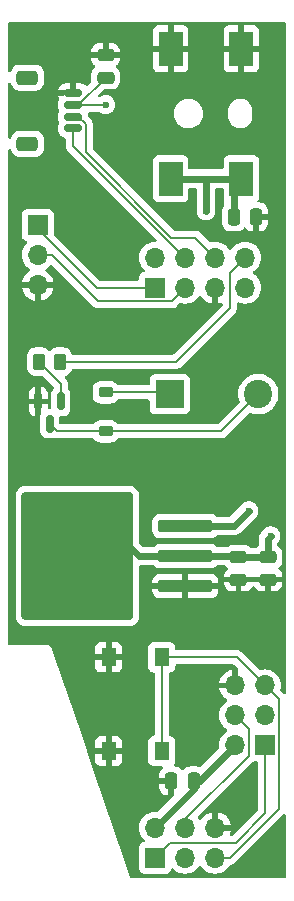
<source format=gbr>
%TF.GenerationSoftware,KiCad,Pcbnew,8.0.8*%
%TF.CreationDate,2025-01-26T19:36:25-06:00*%
%TF.ProjectId,ptSolar-Breakout,7074536f-6c61-4722-9d42-7265616b6f75,rev?*%
%TF.SameCoordinates,Original*%
%TF.FileFunction,Copper,L1,Top*%
%TF.FilePolarity,Positive*%
%FSLAX46Y46*%
G04 Gerber Fmt 4.6, Leading zero omitted, Abs format (unit mm)*
G04 Created by KiCad (PCBNEW 8.0.8) date 2025-01-26 19:36:25*
%MOMM*%
%LPD*%
G01*
G04 APERTURE LIST*
G04 Aperture macros list*
%AMRoundRect*
0 Rectangle with rounded corners*
0 $1 Rounding radius*
0 $2 $3 $4 $5 $6 $7 $8 $9 X,Y pos of 4 corners*
0 Add a 4 corners polygon primitive as box body*
4,1,4,$2,$3,$4,$5,$6,$7,$8,$9,$2,$3,0*
0 Add four circle primitives for the rounded corners*
1,1,$1+$1,$2,$3*
1,1,$1+$1,$4,$5*
1,1,$1+$1,$6,$7*
1,1,$1+$1,$8,$9*
0 Add four rect primitives between the rounded corners*
20,1,$1+$1,$2,$3,$4,$5,0*
20,1,$1+$1,$4,$5,$6,$7,0*
20,1,$1+$1,$6,$7,$8,$9,0*
20,1,$1+$1,$8,$9,$2,$3,0*%
G04 Aperture macros list end*
%TA.AperFunction,SMDPad,CuDef*%
%ADD10R,1.300000X1.550000*%
%TD*%
%TA.AperFunction,SMDPad,CuDef*%
%ADD11RoundRect,0.225000X-0.375000X0.225000X-0.375000X-0.225000X0.375000X-0.225000X0.375000X0.225000X0*%
%TD*%
%TA.AperFunction,ComponentPad*%
%ADD12O,1.700000X1.700000*%
%TD*%
%TA.AperFunction,ComponentPad*%
%ADD13R,1.700000X1.700000*%
%TD*%
%TA.AperFunction,SMDPad,CuDef*%
%ADD14RoundRect,0.250000X2.050000X0.300000X-2.050000X0.300000X-2.050000X-0.300000X2.050000X-0.300000X0*%
%TD*%
%TA.AperFunction,SMDPad,CuDef*%
%ADD15RoundRect,0.250000X2.025000X2.375000X-2.025000X2.375000X-2.025000X-2.375000X2.025000X-2.375000X0*%
%TD*%
%TA.AperFunction,SMDPad,CuDef*%
%ADD16RoundRect,0.250002X4.449998X5.149998X-4.449998X5.149998X-4.449998X-5.149998X4.449998X-5.149998X0*%
%TD*%
%TA.AperFunction,SMDPad,CuDef*%
%ADD17RoundRect,0.250000X0.262500X0.450000X-0.262500X0.450000X-0.262500X-0.450000X0.262500X-0.450000X0*%
%TD*%
%TA.AperFunction,SMDPad,CuDef*%
%ADD18RoundRect,0.150000X-0.150000X0.587500X-0.150000X-0.587500X0.150000X-0.587500X0.150000X0.587500X0*%
%TD*%
%TA.AperFunction,SMDPad,CuDef*%
%ADD19R,2.000000X3.000000*%
%TD*%
%TA.AperFunction,SMDPad,CuDef*%
%ADD20RoundRect,0.150000X-0.625000X0.150000X-0.625000X-0.150000X0.625000X-0.150000X0.625000X0.150000X0*%
%TD*%
%TA.AperFunction,SMDPad,CuDef*%
%ADD21RoundRect,0.250000X-0.650000X0.350000X-0.650000X-0.350000X0.650000X-0.350000X0.650000X0.350000X0*%
%TD*%
%TA.AperFunction,SMDPad,CuDef*%
%ADD22RoundRect,0.250000X-0.475000X0.250000X-0.475000X-0.250000X0.475000X-0.250000X0.475000X0.250000X0*%
%TD*%
%TA.AperFunction,SMDPad,CuDef*%
%ADD23RoundRect,0.250000X0.475000X-0.250000X0.475000X0.250000X-0.475000X0.250000X-0.475000X-0.250000X0*%
%TD*%
%TA.AperFunction,SMDPad,CuDef*%
%ADD24RoundRect,0.250000X0.250000X0.475000X-0.250000X0.475000X-0.250000X-0.475000X0.250000X-0.475000X0*%
%TD*%
%TA.AperFunction,SMDPad,CuDef*%
%ADD25RoundRect,0.250000X-0.250000X-0.475000X0.250000X-0.475000X0.250000X0.475000X-0.250000X0.475000X0*%
%TD*%
%TA.AperFunction,ComponentPad*%
%ADD26R,2.400000X2.400000*%
%TD*%
%TA.AperFunction,ComponentPad*%
%ADD27C,2.400000*%
%TD*%
%TA.AperFunction,ViaPad*%
%ADD28C,0.600000*%
%TD*%
%TA.AperFunction,Conductor*%
%ADD29C,0.600000*%
%TD*%
%TA.AperFunction,Conductor*%
%ADD30C,0.200000*%
%TD*%
G04 APERTURE END LIST*
D10*
%TO.P,SW2,1,A*%
%TO.N,/RESET*%
X156250000Y-122025000D03*
X156250000Y-129975000D03*
%TO.P,SW2,2,B*%
%TO.N,GND*%
X151750000Y-122025000D03*
X151750000Y-129975000D03*
%TD*%
D11*
%TO.P,D1,1,K*%
%TO.N,+BATT*%
X151500000Y-99600000D03*
%TO.P,D1,2,A*%
%TO.N,Net-(D1-A)*%
X151500000Y-102900000D03*
%TD*%
D12*
%TO.P,J5,3,Pin_3*%
%TO.N,GND*%
X145750000Y-90500000D03*
%TO.P,J5,2,Pin_2*%
%TO.N,Net-(J4-Pin_3)*%
X145750000Y-87960000D03*
D13*
%TO.P,J5,1,Pin_1*%
%TO.N,Net-(J4-Pin_1)*%
X145750000Y-85420000D03*
%TD*%
%TO.P,J4,1,Pin_1*%
%TO.N,Net-(J4-Pin_1)*%
X155700000Y-90740000D03*
D12*
%TO.P,J4,2,Pin_2*%
%TO.N,+3.3V*%
X155700000Y-88200000D03*
%TO.P,J4,3,Pin_3*%
%TO.N,Net-(J4-Pin_3)*%
X158240000Y-90740000D03*
%TO.P,J4,4,Pin_4*%
%TO.N,Net-(J2-Pin_4)*%
X158240000Y-88200000D03*
%TO.P,J4,5,Pin_5*%
%TO.N,GND*%
X160780000Y-90740000D03*
%TO.P,J4,6,Pin_6*%
%TO.N,Net-(J2-Pin_3)*%
X160780000Y-88200000D03*
%TO.P,J4,7,Pin_7*%
%TO.N,unconnected-(J4-Pin_7-Pad7)*%
X163320000Y-90740000D03*
%TO.P,J4,8,Pin_8*%
%TO.N,Net-(J4-Pin_8)*%
X163320000Y-88200000D03*
%TD*%
D14*
%TO.P,U1,1,GND*%
%TO.N,GND*%
X158250000Y-116000000D03*
%TO.P,U1,2,VO*%
%TO.N,+BATT*%
X158250000Y-113460000D03*
D15*
X151525000Y-116235000D03*
X151525000Y-110685000D03*
D16*
X149100000Y-113460000D03*
D15*
X146675000Y-116235000D03*
X146675000Y-110685000D03*
D14*
%TO.P,U1,3,VI*%
%TO.N,Net-(U1-VI)*%
X158250000Y-110920000D03*
%TD*%
D17*
%TO.P,R1,1*%
%TO.N,Net-(J4-Pin_8)*%
X147662500Y-97000000D03*
%TO.P,R1,2*%
%TO.N,Net-(Q1-B)*%
X145837500Y-97000000D03*
%TD*%
D18*
%TO.P,Q1,1,B*%
%TO.N,Net-(Q1-B)*%
X147700000Y-100375000D03*
%TO.P,Q1,2,E*%
%TO.N,GND*%
X145800000Y-100375000D03*
%TO.P,Q1,3,C*%
%TO.N,Net-(D1-A)*%
X146750000Y-102250000D03*
%TD*%
D19*
%TO.P,J6,1*%
%TO.N,Net-(U1-VI)*%
X163000000Y-81500000D03*
X157000000Y-81500000D03*
%TO.P,J6,2*%
%TO.N,GND*%
X157000000Y-70500000D03*
%TO.P,J6,3*%
X163000000Y-70500000D03*
%TD*%
D13*
%TO.P,J3,1,Pin_1*%
%TO.N,/MISO*%
X155700000Y-139000000D03*
D12*
%TO.P,J3,2,Pin_2*%
%TO.N,+BATT*%
X155700000Y-136460000D03*
%TO.P,J3,3,Pin_3*%
%TO.N,/SCK*%
X158240000Y-139000000D03*
%TO.P,J3,4,Pin_4*%
%TO.N,/MOSI*%
X158240000Y-136460000D03*
%TO.P,J3,5,Pin_5*%
%TO.N,/RESET*%
X160780000Y-139000000D03*
%TO.P,J3,6,Pin_6*%
%TO.N,GND*%
X160780000Y-136460000D03*
%TD*%
D20*
%TO.P,J2,1,Pin_1*%
%TO.N,GND*%
X148750000Y-74250000D03*
%TO.P,J2,2,Pin_2*%
%TO.N,+3.3V*%
X148750000Y-75250000D03*
%TO.P,J2,3,Pin_3*%
%TO.N,Net-(J2-Pin_3)*%
X148750000Y-76250000D03*
%TO.P,J2,4,Pin_4*%
%TO.N,Net-(J2-Pin_4)*%
X148750000Y-77250000D03*
D21*
%TO.P,J2,MP*%
%TO.N,N/C*%
X144875000Y-72950000D03*
X144875000Y-78550000D03*
%TD*%
D13*
%TO.P,J1,1,Pin_1*%
%TO.N,/MISO*%
X165000000Y-129500000D03*
D12*
%TO.P,J1,2,Pin_2*%
%TO.N,+BATT*%
X162460000Y-129500000D03*
%TO.P,J1,3,Pin_3*%
%TO.N,/SCK*%
X165000000Y-126960000D03*
%TO.P,J1,4,Pin_4*%
%TO.N,/MOSI*%
X162460000Y-126960000D03*
%TO.P,J1,5,Pin_5*%
%TO.N,/RESET*%
X165000000Y-124420000D03*
%TO.P,J1,6,Pin_6*%
%TO.N,GND*%
X162460000Y-124420000D03*
%TD*%
D22*
%TO.P,C6,1*%
%TO.N,+BATT*%
X162750000Y-113550000D03*
%TO.P,C6,2*%
%TO.N,GND*%
X162750000Y-115450000D03*
%TD*%
D23*
%TO.P,C5,1*%
%TO.N,+3.3V*%
X151500000Y-72950000D03*
%TO.P,C5,2*%
%TO.N,GND*%
X151500000Y-71050000D03*
%TD*%
D24*
%TO.P,C4,1*%
%TO.N,+BATT*%
X158950000Y-132500000D03*
%TO.P,C4,2*%
%TO.N,GND*%
X157050000Y-132500000D03*
%TD*%
D22*
%TO.P,C3,1*%
%TO.N,+BATT*%
X165250000Y-113550000D03*
%TO.P,C3,2*%
%TO.N,GND*%
X165250000Y-115450000D03*
%TD*%
D25*
%TO.P,C2,1*%
%TO.N,Net-(U1-VI)*%
X162350000Y-84750000D03*
%TO.P,C2,2*%
%TO.N,GND*%
X164250000Y-84750000D03*
%TD*%
D26*
%TO.P,C1,1*%
%TO.N,+BATT*%
X156926041Y-99750000D03*
D27*
%TO.P,C1,2*%
%TO.N,Net-(D1-A)*%
X164426041Y-99750000D03*
%TD*%
D28*
%TO.N,GND*%
X157750000Y-84500000D03*
X165750000Y-70500000D03*
X160250000Y-70500000D03*
X154000000Y-70500000D03*
X145750000Y-81250000D03*
X163750000Y-107000000D03*
X159500000Y-107000000D03*
X154000000Y-107000000D03*
X149000000Y-106750000D03*
X144750000Y-106750000D03*
X164750000Y-120000000D03*
X159500000Y-120000000D03*
X154000000Y-120000000D03*
X149000000Y-120000000D03*
X144750000Y-120000000D03*
X165500000Y-138750000D03*
%TO.N,+BATT*%
X165500000Y-111750000D03*
%TO.N,Net-(U1-VI)*%
X160000000Y-84250000D03*
X163625000Y-109625000D03*
%TO.N,+3.3V*%
X151500000Y-75250000D03*
%TD*%
D29*
%TO.N,Net-(U1-VI)*%
X163625000Y-109625000D02*
X162330000Y-110920000D01*
X162330000Y-110920000D02*
X158250000Y-110920000D01*
D30*
%TO.N,Net-(J4-Pin_8)*%
X162000000Y-89520000D02*
X163320000Y-88200000D01*
X162000000Y-92500000D02*
X162000000Y-89520000D01*
X157500000Y-97000000D02*
X162000000Y-92500000D01*
X147662500Y-97000000D02*
X157500000Y-97000000D01*
%TO.N,/RESET*%
X166150000Y-125570000D02*
X165000000Y-124420000D01*
X166150000Y-134850000D02*
X166150000Y-125570000D01*
X160780000Y-139000000D02*
X162000000Y-139000000D01*
X162000000Y-139000000D02*
X166150000Y-134850000D01*
%TO.N,/MISO*%
X156950000Y-137750000D02*
X155700000Y-139000000D01*
X162500000Y-137750000D02*
X156950000Y-137750000D01*
X165000000Y-135250000D02*
X162500000Y-137750000D01*
X165000000Y-129500000D02*
X165000000Y-135250000D01*
D29*
%TO.N,+BATT*%
X165250000Y-112000000D02*
X165500000Y-111750000D01*
X165250000Y-113550000D02*
X165250000Y-112000000D01*
X154300000Y-113460000D02*
X151525000Y-110685000D01*
X158250000Y-113460000D02*
X154300000Y-113460000D01*
X162660000Y-113460000D02*
X162750000Y-113550000D01*
X158250000Y-113460000D02*
X162660000Y-113460000D01*
X165250000Y-113550000D02*
X162750000Y-113550000D01*
%TO.N,Net-(U1-VI)*%
X160000000Y-84250000D02*
X160000000Y-81500000D01*
X160000000Y-81500000D02*
X163000000Y-81500000D01*
X157000000Y-81500000D02*
X160000000Y-81500000D01*
D30*
%TO.N,/RESET*%
X156250000Y-122025000D02*
X156250000Y-129975000D01*
X162605000Y-122025000D02*
X156250000Y-122025000D01*
X165000000Y-124420000D02*
X162605000Y-122025000D01*
%TO.N,/MOSI*%
X158240000Y-135760000D02*
X158240000Y-136460000D01*
X163610000Y-130390000D02*
X158240000Y-135760000D01*
X163610000Y-128110000D02*
X163610000Y-130390000D01*
X162460000Y-126960000D02*
X163610000Y-128110000D01*
D29*
%TO.N,+BATT*%
X158950000Y-133210000D02*
X155700000Y-136460000D01*
X158950000Y-132500000D02*
X158950000Y-133210000D01*
X158950000Y-132500000D02*
X159460000Y-132500000D01*
X159460000Y-132500000D02*
X162460000Y-129500000D01*
D30*
X156776041Y-99600000D02*
X156926041Y-99750000D01*
X151500000Y-99600000D02*
X156776041Y-99600000D01*
%TO.N,Net-(D1-A)*%
X161276041Y-102900000D02*
X151500000Y-102900000D01*
X164426041Y-99750000D02*
X161276041Y-102900000D01*
X147400000Y-102900000D02*
X151500000Y-102900000D01*
X146750000Y-102250000D02*
X147400000Y-102900000D01*
%TO.N,Net-(Q1-B)*%
X147700000Y-100375000D02*
X147700000Y-98862500D01*
X147700000Y-98862500D02*
X145837500Y-97000000D01*
%TO.N,Net-(J4-Pin_3)*%
X157090000Y-91890000D02*
X158240000Y-90740000D01*
X150890000Y-91890000D02*
X157090000Y-91890000D01*
X146960000Y-87960000D02*
X150890000Y-91890000D01*
X145750000Y-87960000D02*
X146960000Y-87960000D01*
%TO.N,Net-(J4-Pin_1)*%
X145750000Y-85750000D02*
X145750000Y-85420000D01*
X150740000Y-90740000D02*
X145750000Y-85750000D01*
X155700000Y-90740000D02*
X150740000Y-90740000D01*
%TO.N,+3.3V*%
X151500000Y-75250000D02*
X148750000Y-75250000D01*
D29*
%TO.N,Net-(U1-VI)*%
X162350000Y-82150000D02*
X163000000Y-81500000D01*
X162350000Y-84750000D02*
X162350000Y-82150000D01*
D30*
%TO.N,Net-(J2-Pin_3)*%
X159080000Y-86500000D02*
X160780000Y-88200000D01*
X149825000Y-76909448D02*
X149825000Y-79259314D01*
X149825000Y-79259314D02*
X157065686Y-86500000D01*
X149165552Y-76250000D02*
X149825000Y-76909448D01*
X157065686Y-86500000D02*
X159080000Y-86500000D01*
X148750000Y-76250000D02*
X149165552Y-76250000D01*
%TO.N,Net-(J2-Pin_4)*%
X148750000Y-78750000D02*
X158200000Y-88200000D01*
X148750000Y-77250000D02*
X148750000Y-78750000D01*
X158200000Y-88200000D02*
X158240000Y-88200000D01*
%TO.N,+3.3V*%
X149200000Y-75250000D02*
X151500000Y-72950000D01*
X148750000Y-75250000D02*
X149200000Y-75250000D01*
%TD*%
%TA.AperFunction,Conductor*%
%TO.N,GND*%
G36*
X166692539Y-68270185D02*
G01*
X166738294Y-68322989D01*
X166749500Y-68374500D01*
X166749500Y-125020902D01*
X166729815Y-125087941D01*
X166677011Y-125133696D01*
X166607853Y-125143640D01*
X166544297Y-125114615D01*
X166537819Y-125108583D01*
X166332766Y-124903530D01*
X166299281Y-124842207D01*
X166300672Y-124783755D01*
X166335063Y-124655408D01*
X166355659Y-124420000D01*
X166335063Y-124184592D01*
X166273903Y-123956337D01*
X166174035Y-123742171D01*
X166038495Y-123548599D01*
X166038494Y-123548597D01*
X165871402Y-123381506D01*
X165871395Y-123381501D01*
X165677834Y-123245967D01*
X165677830Y-123245965D01*
X165672222Y-123243350D01*
X165463663Y-123146097D01*
X165463659Y-123146096D01*
X165463655Y-123146094D01*
X165235413Y-123084938D01*
X165235403Y-123084936D01*
X165000001Y-123064341D01*
X164999999Y-123064341D01*
X164764596Y-123084936D01*
X164764583Y-123084939D01*
X164636241Y-123119327D01*
X164566392Y-123117664D01*
X164516468Y-123087233D01*
X163092590Y-121663355D01*
X163092588Y-121663352D01*
X162973717Y-121544481D01*
X162973716Y-121544480D01*
X162886904Y-121494360D01*
X162886904Y-121494359D01*
X162886900Y-121494358D01*
X162836785Y-121465423D01*
X162684057Y-121424499D01*
X162525943Y-121424499D01*
X162518347Y-121424499D01*
X162518331Y-121424500D01*
X157524499Y-121424500D01*
X157457460Y-121404815D01*
X157411705Y-121352011D01*
X157400499Y-121300500D01*
X157400499Y-121202129D01*
X157400498Y-121202123D01*
X157400497Y-121202116D01*
X157394091Y-121142517D01*
X157391991Y-121136887D01*
X157343797Y-121007671D01*
X157343793Y-121007664D01*
X157257547Y-120892455D01*
X157257544Y-120892452D01*
X157142335Y-120806206D01*
X157142328Y-120806202D01*
X157007482Y-120755908D01*
X157007483Y-120755908D01*
X156947883Y-120749501D01*
X156947881Y-120749500D01*
X156947873Y-120749500D01*
X156947864Y-120749500D01*
X155552129Y-120749500D01*
X155552123Y-120749501D01*
X155492516Y-120755908D01*
X155357671Y-120806202D01*
X155357664Y-120806206D01*
X155242455Y-120892452D01*
X155242452Y-120892455D01*
X155156206Y-121007664D01*
X155156202Y-121007671D01*
X155105908Y-121142517D01*
X155099501Y-121202116D01*
X155099501Y-121202123D01*
X155099500Y-121202135D01*
X155099500Y-122847870D01*
X155099501Y-122847876D01*
X155105908Y-122907483D01*
X155156202Y-123042328D01*
X155156206Y-123042335D01*
X155242452Y-123157544D01*
X155242455Y-123157547D01*
X155357664Y-123243793D01*
X155357671Y-123243797D01*
X155492516Y-123294091D01*
X155538757Y-123299063D01*
X155603307Y-123325801D01*
X155643155Y-123383194D01*
X155649500Y-123422352D01*
X155649500Y-128577648D01*
X155629815Y-128644687D01*
X155577011Y-128690442D01*
X155538755Y-128700938D01*
X155492516Y-128705909D01*
X155357671Y-128756202D01*
X155357664Y-128756206D01*
X155242455Y-128842452D01*
X155242452Y-128842455D01*
X155156206Y-128957664D01*
X155156202Y-128957671D01*
X155105908Y-129092517D01*
X155099501Y-129152116D01*
X155099501Y-129152123D01*
X155099500Y-129152135D01*
X155099500Y-130797870D01*
X155099501Y-130797876D01*
X155105908Y-130857483D01*
X155156202Y-130992328D01*
X155156206Y-130992335D01*
X155242452Y-131107544D01*
X155242455Y-131107547D01*
X155357664Y-131193793D01*
X155357671Y-131193797D01*
X155492517Y-131244091D01*
X155492516Y-131244091D01*
X155499444Y-131244835D01*
X155552127Y-131250500D01*
X156214478Y-131250499D01*
X156281516Y-131270183D01*
X156327271Y-131322987D01*
X156337215Y-131392146D01*
X156308190Y-131455702D01*
X156302159Y-131462180D01*
X156207682Y-131556657D01*
X156115643Y-131705875D01*
X156115641Y-131705880D01*
X156060494Y-131872302D01*
X156060493Y-131872309D01*
X156050000Y-131975013D01*
X156050000Y-132250000D01*
X156926000Y-132250000D01*
X156993039Y-132269685D01*
X157038794Y-132322489D01*
X157050000Y-132374000D01*
X157050000Y-132500000D01*
X157176000Y-132500000D01*
X157243039Y-132519685D01*
X157288794Y-132572489D01*
X157300000Y-132624000D01*
X157300000Y-133676558D01*
X157280315Y-133743597D01*
X157263681Y-133764239D01*
X155946479Y-135081441D01*
X155885156Y-135114926D01*
X155847991Y-135117288D01*
X155700002Y-135104341D01*
X155699999Y-135104341D01*
X155464596Y-135124936D01*
X155464586Y-135124938D01*
X155236344Y-135186094D01*
X155236335Y-135186098D01*
X155022171Y-135285964D01*
X155022169Y-135285965D01*
X154828597Y-135421505D01*
X154661505Y-135588597D01*
X154525965Y-135782169D01*
X154525964Y-135782171D01*
X154426098Y-135996335D01*
X154426094Y-135996344D01*
X154364938Y-136224586D01*
X154364936Y-136224596D01*
X154344341Y-136459999D01*
X154344341Y-136460000D01*
X154364936Y-136695403D01*
X154364938Y-136695413D01*
X154426094Y-136923655D01*
X154426096Y-136923659D01*
X154426097Y-136923663D01*
X154449148Y-136973095D01*
X154525965Y-137137830D01*
X154525967Y-137137834D01*
X154661501Y-137331395D01*
X154661506Y-137331402D01*
X154783430Y-137453326D01*
X154816915Y-137514649D01*
X154811931Y-137584341D01*
X154770059Y-137640274D01*
X154739083Y-137657189D01*
X154607669Y-137706203D01*
X154607664Y-137706206D01*
X154492455Y-137792452D01*
X154492452Y-137792455D01*
X154406206Y-137907664D01*
X154406202Y-137907671D01*
X154355908Y-138042517D01*
X154349501Y-138102116D01*
X154349500Y-138102135D01*
X154349500Y-139897870D01*
X154349501Y-139897876D01*
X154355908Y-139957483D01*
X154406202Y-140092328D01*
X154406206Y-140092335D01*
X154492452Y-140207544D01*
X154492455Y-140207547D01*
X154607664Y-140293793D01*
X154607671Y-140293797D01*
X154742517Y-140344091D01*
X154742516Y-140344091D01*
X154749444Y-140344835D01*
X154802127Y-140350500D01*
X156597872Y-140350499D01*
X156657483Y-140344091D01*
X156792331Y-140293796D01*
X156907546Y-140207546D01*
X156993796Y-140092331D01*
X157042810Y-139960916D01*
X157084681Y-139904984D01*
X157150145Y-139880566D01*
X157218418Y-139895417D01*
X157246673Y-139916569D01*
X157368599Y-140038495D01*
X157465384Y-140106265D01*
X157562165Y-140174032D01*
X157562167Y-140174033D01*
X157562170Y-140174035D01*
X157776337Y-140273903D01*
X158004592Y-140335063D01*
X158181034Y-140350500D01*
X158239999Y-140355659D01*
X158240000Y-140355659D01*
X158240001Y-140355659D01*
X158298966Y-140350500D01*
X158475408Y-140335063D01*
X158703663Y-140273903D01*
X158917830Y-140174035D01*
X159111401Y-140038495D01*
X159278495Y-139871401D01*
X159408425Y-139685842D01*
X159463002Y-139642217D01*
X159532500Y-139635023D01*
X159594855Y-139666546D01*
X159611575Y-139685842D01*
X159741500Y-139871395D01*
X159741505Y-139871401D01*
X159908599Y-140038495D01*
X160005384Y-140106265D01*
X160102165Y-140174032D01*
X160102167Y-140174033D01*
X160102170Y-140174035D01*
X160316337Y-140273903D01*
X160544592Y-140335063D01*
X160721034Y-140350500D01*
X160779999Y-140355659D01*
X160780000Y-140355659D01*
X160780001Y-140355659D01*
X160838966Y-140350500D01*
X161015408Y-140335063D01*
X161243663Y-140273903D01*
X161457830Y-140174035D01*
X161651401Y-140038495D01*
X161818495Y-139871401D01*
X161954035Y-139677830D01*
X161956711Y-139672092D01*
X162002885Y-139619655D01*
X162069091Y-139600501D01*
X162079054Y-139600501D01*
X162079057Y-139600501D01*
X162231785Y-139559577D01*
X162281904Y-139530639D01*
X162368716Y-139480520D01*
X162480520Y-139368716D01*
X162480520Y-139368714D01*
X162490728Y-139358507D01*
X162490730Y-139358504D01*
X166508506Y-135340728D01*
X166508511Y-135340724D01*
X166518715Y-135330520D01*
X166518716Y-135330520D01*
X166537819Y-135311417D01*
X166599142Y-135277932D01*
X166668834Y-135282916D01*
X166724767Y-135324788D01*
X166749184Y-135390252D01*
X166749500Y-135399098D01*
X166749500Y-140625500D01*
X166729815Y-140692539D01*
X166677011Y-140738294D01*
X166625500Y-140749500D01*
X153696529Y-140749500D01*
X153629490Y-140729815D01*
X153583735Y-140677011D01*
X153579193Y-140665602D01*
X153471499Y-140350498D01*
X150967843Y-133024986D01*
X156050001Y-133024986D01*
X156060494Y-133127697D01*
X156115641Y-133294119D01*
X156115643Y-133294124D01*
X156207684Y-133443345D01*
X156331654Y-133567315D01*
X156480875Y-133659356D01*
X156480880Y-133659358D01*
X156647302Y-133714505D01*
X156647309Y-133714506D01*
X156750019Y-133724999D01*
X156799999Y-133724998D01*
X156800000Y-133724998D01*
X156800000Y-132750000D01*
X156050001Y-132750000D01*
X156050001Y-133024986D01*
X150967843Y-133024986D01*
X150206668Y-130797844D01*
X150600000Y-130797844D01*
X150606401Y-130857372D01*
X150606403Y-130857379D01*
X150656645Y-130992086D01*
X150656649Y-130992093D01*
X150742809Y-131107187D01*
X150742812Y-131107190D01*
X150857906Y-131193350D01*
X150857913Y-131193354D01*
X150992620Y-131243596D01*
X150992627Y-131243598D01*
X151052155Y-131249999D01*
X151052172Y-131250000D01*
X151500000Y-131250000D01*
X152000000Y-131250000D01*
X152447828Y-131250000D01*
X152447844Y-131249999D01*
X152507372Y-131243598D01*
X152507379Y-131243596D01*
X152642086Y-131193354D01*
X152642093Y-131193350D01*
X152757187Y-131107190D01*
X152757190Y-131107187D01*
X152843350Y-130992093D01*
X152843354Y-130992086D01*
X152893596Y-130857379D01*
X152893598Y-130857372D01*
X152899999Y-130797844D01*
X152900000Y-130797827D01*
X152900000Y-130225000D01*
X152000000Y-130225000D01*
X152000000Y-131250000D01*
X151500000Y-131250000D01*
X151500000Y-130225000D01*
X150600000Y-130225000D01*
X150600000Y-130797844D01*
X150206668Y-130797844D01*
X149644217Y-129152155D01*
X150600000Y-129152155D01*
X150600000Y-129725000D01*
X151500000Y-129725000D01*
X152000000Y-129725000D01*
X152900000Y-129725000D01*
X152900000Y-129152172D01*
X152899999Y-129152155D01*
X152893598Y-129092627D01*
X152893596Y-129092620D01*
X152843354Y-128957913D01*
X152843350Y-128957906D01*
X152757190Y-128842812D01*
X152757187Y-128842809D01*
X152642093Y-128756649D01*
X152642086Y-128756645D01*
X152507379Y-128706403D01*
X152507372Y-128706401D01*
X152447844Y-128700000D01*
X152000000Y-128700000D01*
X152000000Y-129725000D01*
X151500000Y-129725000D01*
X151500000Y-128700000D01*
X151052155Y-128700000D01*
X150992627Y-128706401D01*
X150992620Y-128706403D01*
X150857913Y-128756645D01*
X150857906Y-128756649D01*
X150742812Y-128842809D01*
X150742809Y-128842812D01*
X150656649Y-128957906D01*
X150656645Y-128957913D01*
X150606403Y-129092620D01*
X150606401Y-129092627D01*
X150600000Y-129152155D01*
X149644217Y-129152155D01*
X147489579Y-122847844D01*
X150600000Y-122847844D01*
X150606401Y-122907372D01*
X150606403Y-122907379D01*
X150656645Y-123042086D01*
X150656649Y-123042093D01*
X150742809Y-123157187D01*
X150742812Y-123157190D01*
X150857906Y-123243350D01*
X150857913Y-123243354D01*
X150992620Y-123293596D01*
X150992627Y-123293598D01*
X151052155Y-123299999D01*
X151052172Y-123300000D01*
X151500000Y-123300000D01*
X152000000Y-123300000D01*
X152447828Y-123300000D01*
X152447844Y-123299999D01*
X152507372Y-123293598D01*
X152507379Y-123293596D01*
X152642086Y-123243354D01*
X152642093Y-123243350D01*
X152757187Y-123157190D01*
X152757190Y-123157187D01*
X152843350Y-123042093D01*
X152843354Y-123042086D01*
X152893596Y-122907379D01*
X152893598Y-122907372D01*
X152899999Y-122847844D01*
X152900000Y-122847827D01*
X152900000Y-122275000D01*
X152000000Y-122275000D01*
X152000000Y-123300000D01*
X151500000Y-123300000D01*
X151500000Y-122275000D01*
X150600000Y-122275000D01*
X150600000Y-122847844D01*
X147489579Y-122847844D01*
X146980424Y-121358093D01*
X146977987Y-121350089D01*
X146966392Y-121306814D01*
X146963874Y-121302452D01*
X146953923Y-121280551D01*
X146952294Y-121275785D01*
X146927327Y-121238587D01*
X146922900Y-121231484D01*
X146905967Y-121202155D01*
X150600000Y-121202155D01*
X150600000Y-121775000D01*
X151500000Y-121775000D01*
X152000000Y-121775000D01*
X152900000Y-121775000D01*
X152900000Y-121202172D01*
X152899999Y-121202155D01*
X152893598Y-121142627D01*
X152893596Y-121142620D01*
X152843354Y-121007913D01*
X152843350Y-121007906D01*
X152757190Y-120892812D01*
X152757187Y-120892809D01*
X152642093Y-120806649D01*
X152642086Y-120806645D01*
X152507379Y-120756403D01*
X152507372Y-120756401D01*
X152447844Y-120750000D01*
X152000000Y-120750000D01*
X152000000Y-121775000D01*
X151500000Y-121775000D01*
X151500000Y-120750000D01*
X151052155Y-120750000D01*
X150992627Y-120756401D01*
X150992620Y-120756403D01*
X150857913Y-120806645D01*
X150857906Y-120806649D01*
X150742812Y-120892809D01*
X150742809Y-120892812D01*
X150656649Y-121007906D01*
X150656645Y-121007913D01*
X150606403Y-121142620D01*
X150606401Y-121142627D01*
X150600000Y-121202155D01*
X146905967Y-121202155D01*
X146900500Y-121192686D01*
X146896938Y-121189124D01*
X146881660Y-121170547D01*
X146878851Y-121166362D01*
X146878846Y-121166356D01*
X146845101Y-121136887D01*
X146838983Y-121131169D01*
X146807315Y-121099500D01*
X146802940Y-121096974D01*
X146783388Y-121082993D01*
X146779594Y-121079680D01*
X146779588Y-121079676D01*
X146739373Y-121059947D01*
X146731989Y-121056010D01*
X146693185Y-121033607D01*
X146688304Y-121032299D01*
X146665800Y-121023856D01*
X146661275Y-121021636D01*
X146636687Y-121016797D01*
X146617311Y-121012985D01*
X146609160Y-121011093D01*
X146565895Y-120999500D01*
X146565892Y-120999500D01*
X146560856Y-120999500D01*
X146536918Y-120997167D01*
X146531975Y-120996194D01*
X146531966Y-120996193D01*
X146488965Y-120999102D01*
X146487274Y-120999217D01*
X146478907Y-120999500D01*
X143374500Y-120999500D01*
X143307461Y-120979815D01*
X143261706Y-120927011D01*
X143250500Y-120875500D01*
X143250500Y-108259985D01*
X143899500Y-108259985D01*
X143899500Y-118660001D01*
X143899501Y-118660018D01*
X143910000Y-118762796D01*
X143910001Y-118762799D01*
X143965185Y-118929331D01*
X143965186Y-118929334D01*
X144057288Y-119078656D01*
X144181344Y-119202712D01*
X144330666Y-119294814D01*
X144497203Y-119349999D01*
X144581925Y-119358654D01*
X144589233Y-119360499D01*
X144593665Y-119360499D01*
X144606280Y-119361142D01*
X144613432Y-119361873D01*
X144621384Y-119360499D01*
X149449985Y-119360499D01*
X149449991Y-119360500D01*
X153600008Y-119360499D01*
X153702797Y-119349999D01*
X153869334Y-119294814D01*
X154018656Y-119202712D01*
X154142712Y-119078656D01*
X154234814Y-118929334D01*
X154289999Y-118762797D01*
X154300500Y-118660009D01*
X154300500Y-118660006D01*
X154300500Y-116349986D01*
X155450001Y-116349986D01*
X155460494Y-116452697D01*
X155515641Y-116619119D01*
X155515643Y-116619124D01*
X155607684Y-116768345D01*
X155731654Y-116892315D01*
X155880875Y-116984356D01*
X155880880Y-116984358D01*
X156047302Y-117039505D01*
X156047309Y-117039506D01*
X156150019Y-117049999D01*
X157999999Y-117049999D01*
X158500000Y-117049999D01*
X160349972Y-117049999D01*
X160349986Y-117049998D01*
X160452697Y-117039505D01*
X160619119Y-116984358D01*
X160619124Y-116984356D01*
X160768345Y-116892315D01*
X160892315Y-116768345D01*
X160984356Y-116619124D01*
X160984358Y-116619119D01*
X161039505Y-116452697D01*
X161039506Y-116452690D01*
X161049999Y-116349986D01*
X161050000Y-116349973D01*
X161050000Y-116250000D01*
X158500000Y-116250000D01*
X158500000Y-117049999D01*
X157999999Y-117049999D01*
X158000000Y-117049998D01*
X158000000Y-116250000D01*
X155450001Y-116250000D01*
X155450001Y-116349986D01*
X154300500Y-116349986D01*
X154300500Y-115650013D01*
X155450000Y-115650013D01*
X155450000Y-115750000D01*
X158000000Y-115750000D01*
X158500000Y-115750000D01*
X161049999Y-115750000D01*
X161049999Y-115749986D01*
X161525001Y-115749986D01*
X161535494Y-115852697D01*
X161590641Y-116019119D01*
X161590643Y-116019124D01*
X161682684Y-116168345D01*
X161806654Y-116292315D01*
X161955875Y-116384356D01*
X161955880Y-116384358D01*
X162122302Y-116439505D01*
X162122309Y-116439506D01*
X162225019Y-116449999D01*
X162499999Y-116449999D01*
X163000000Y-116449999D01*
X163274972Y-116449999D01*
X163274986Y-116449998D01*
X163377697Y-116439505D01*
X163544119Y-116384358D01*
X163544124Y-116384356D01*
X163693345Y-116292315D01*
X163817315Y-116168345D01*
X163894461Y-116043273D01*
X163946409Y-115996549D01*
X164015372Y-115985326D01*
X164079454Y-116013170D01*
X164105539Y-116043273D01*
X164182684Y-116168345D01*
X164306654Y-116292315D01*
X164455875Y-116384356D01*
X164455880Y-116384358D01*
X164622302Y-116439505D01*
X164622309Y-116439506D01*
X164725019Y-116449999D01*
X164999999Y-116449999D01*
X165500000Y-116449999D01*
X165774972Y-116449999D01*
X165774986Y-116449998D01*
X165877697Y-116439505D01*
X166044119Y-116384358D01*
X166044124Y-116384356D01*
X166193345Y-116292315D01*
X166317315Y-116168345D01*
X166409356Y-116019124D01*
X166409358Y-116019119D01*
X166464505Y-115852697D01*
X166464506Y-115852690D01*
X166474999Y-115749986D01*
X166475000Y-115749973D01*
X166475000Y-115700000D01*
X165500000Y-115700000D01*
X165500000Y-116449999D01*
X164999999Y-116449999D01*
X165000000Y-116449998D01*
X165000000Y-115700000D01*
X163000000Y-115700000D01*
X163000000Y-116449999D01*
X162499999Y-116449999D01*
X162500000Y-116449998D01*
X162500000Y-115700000D01*
X161525001Y-115700000D01*
X161525001Y-115749986D01*
X161049999Y-115749986D01*
X161049999Y-115650028D01*
X161049998Y-115650013D01*
X161039505Y-115547302D01*
X160984358Y-115380880D01*
X160984356Y-115380875D01*
X160892315Y-115231654D01*
X160768345Y-115107684D01*
X160619124Y-115015643D01*
X160619119Y-115015641D01*
X160452697Y-114960494D01*
X160452690Y-114960493D01*
X160349986Y-114950000D01*
X158500000Y-114950000D01*
X158500000Y-115750000D01*
X158000000Y-115750000D01*
X158000000Y-114950000D01*
X156150028Y-114950000D01*
X156150012Y-114950001D01*
X156047302Y-114960494D01*
X155880880Y-115015641D01*
X155880875Y-115015643D01*
X155731654Y-115107684D01*
X155607684Y-115231654D01*
X155515643Y-115380875D01*
X155515641Y-115380880D01*
X155460494Y-115547302D01*
X155460493Y-115547309D01*
X155450000Y-115650013D01*
X154300500Y-115650013D01*
X154300500Y-114384500D01*
X154320185Y-114317461D01*
X154372989Y-114271706D01*
X154424500Y-114260500D01*
X155587770Y-114260500D01*
X155654809Y-114280185D01*
X155675451Y-114296819D01*
X155731344Y-114352712D01*
X155880666Y-114444814D01*
X156047203Y-114499999D01*
X156149991Y-114510500D01*
X160350008Y-114510499D01*
X160452797Y-114499999D01*
X160619334Y-114444814D01*
X160768656Y-114352712D01*
X160824549Y-114296819D01*
X160885872Y-114263334D01*
X160912230Y-114260500D01*
X161622770Y-114260500D01*
X161689809Y-114280185D01*
X161710451Y-114296819D01*
X161806344Y-114392712D01*
X161809628Y-114394737D01*
X161809653Y-114394753D01*
X161811445Y-114396746D01*
X161812011Y-114397193D01*
X161811934Y-114397289D01*
X161856379Y-114446699D01*
X161867603Y-114515661D01*
X161839761Y-114579744D01*
X161809665Y-114605826D01*
X161806660Y-114607679D01*
X161806655Y-114607683D01*
X161682684Y-114731654D01*
X161590643Y-114880875D01*
X161590641Y-114880880D01*
X161535494Y-115047302D01*
X161535493Y-115047309D01*
X161525000Y-115150013D01*
X161525000Y-115200000D01*
X166474999Y-115200000D01*
X166474999Y-115150028D01*
X166474998Y-115150013D01*
X166464505Y-115047302D01*
X166409358Y-114880880D01*
X166409356Y-114880875D01*
X166317315Y-114731654D01*
X166193344Y-114607683D01*
X166193341Y-114607681D01*
X166190339Y-114605829D01*
X166188713Y-114604021D01*
X166187677Y-114603202D01*
X166187817Y-114603024D01*
X166143617Y-114553880D01*
X166132397Y-114484917D01*
X166160243Y-114420836D01*
X166190344Y-114394754D01*
X166193656Y-114392712D01*
X166317712Y-114268656D01*
X166409814Y-114119334D01*
X166464999Y-113952797D01*
X166475500Y-113850009D01*
X166475499Y-113249992D01*
X166464999Y-113147203D01*
X166409814Y-112980666D01*
X166317712Y-112831344D01*
X166193656Y-112707288D01*
X166193652Y-112707285D01*
X166109403Y-112655319D01*
X166062678Y-112603371D01*
X166050500Y-112549781D01*
X166050500Y-112382940D01*
X166070185Y-112315901D01*
X166086819Y-112295259D01*
X166121788Y-112260290D01*
X166129816Y-112252262D01*
X166170943Y-112186806D01*
X166172761Y-112184001D01*
X166209393Y-112129179D01*
X166209719Y-112128389D01*
X166219293Y-112109859D01*
X166225789Y-112099522D01*
X166247020Y-112038843D01*
X166249494Y-112032365D01*
X166269737Y-111983498D01*
X166272450Y-111969855D01*
X166277021Y-111953107D01*
X166285368Y-111929255D01*
X166291111Y-111878282D01*
X166292707Y-111868015D01*
X166300500Y-111828843D01*
X166300500Y-111801914D01*
X166301280Y-111788029D01*
X166305565Y-111750001D01*
X166305565Y-111749998D01*
X166301280Y-111711969D01*
X166300500Y-111698085D01*
X166300500Y-111671157D01*
X166292711Y-111632003D01*
X166291110Y-111621714D01*
X166285368Y-111570745D01*
X166277023Y-111546898D01*
X166272449Y-111530139D01*
X166269737Y-111516503D01*
X166269735Y-111516498D01*
X166269734Y-111516494D01*
X166249492Y-111467627D01*
X166247022Y-111461160D01*
X166225789Y-111400478D01*
X166219287Y-111390132D01*
X166209717Y-111371603D01*
X166209394Y-111370823D01*
X166209392Y-111370820D01*
X166172791Y-111316043D01*
X166170926Y-111313166D01*
X166129816Y-111247738D01*
X166002262Y-111120184D01*
X165936842Y-111079078D01*
X165933923Y-111077186D01*
X165879179Y-111040607D01*
X165879172Y-111040604D01*
X165878381Y-111040276D01*
X165859869Y-111030712D01*
X165853575Y-111026757D01*
X165849521Y-111024210D01*
X165788856Y-111002982D01*
X165782363Y-111000503D01*
X165733497Y-110980263D01*
X165733493Y-110980262D01*
X165719860Y-110977550D01*
X165703104Y-110972976D01*
X165679260Y-110964633D01*
X165679256Y-110964632D01*
X165679255Y-110964632D01*
X165658575Y-110962301D01*
X165628303Y-110958890D01*
X165618003Y-110957288D01*
X165578844Y-110949500D01*
X165578842Y-110949500D01*
X165551915Y-110949500D01*
X165538031Y-110948720D01*
X165500002Y-110944435D01*
X165499998Y-110944435D01*
X165461969Y-110948720D01*
X165448085Y-110949500D01*
X165421154Y-110949500D01*
X165381996Y-110957288D01*
X165371696Y-110958890D01*
X165320741Y-110964632D01*
X165296895Y-110972976D01*
X165280142Y-110977549D01*
X165266503Y-110980262D01*
X165266500Y-110980263D01*
X165217628Y-111000507D01*
X165211131Y-111002987D01*
X165150476Y-111024211D01*
X165140127Y-111030714D01*
X165121627Y-111040272D01*
X165120825Y-111040604D01*
X165120820Y-111040606D01*
X165066065Y-111077192D01*
X165063150Y-111079082D01*
X164997736Y-111120185D01*
X164997735Y-111120186D01*
X164847921Y-111270001D01*
X164739711Y-111378211D01*
X164683960Y-111433962D01*
X164628209Y-111489712D01*
X164540609Y-111620814D01*
X164540602Y-111620827D01*
X164480264Y-111766498D01*
X164480261Y-111766510D01*
X164449500Y-111921153D01*
X164449500Y-112549781D01*
X164429815Y-112616820D01*
X164390597Y-112655319D01*
X164306347Y-112707285D01*
X164306343Y-112707288D01*
X164300451Y-112713181D01*
X164239128Y-112746666D01*
X164212770Y-112749500D01*
X163787230Y-112749500D01*
X163720191Y-112729815D01*
X163699549Y-112713181D01*
X163693657Y-112707289D01*
X163693656Y-112707288D01*
X163550500Y-112618989D01*
X163544336Y-112615187D01*
X163544331Y-112615185D01*
X163542862Y-112614698D01*
X163377797Y-112560001D01*
X163377795Y-112560000D01*
X163275010Y-112549500D01*
X162224998Y-112549500D01*
X162224980Y-112549501D01*
X162122203Y-112560000D01*
X162122200Y-112560001D01*
X161955668Y-112615185D01*
X161955659Y-112615189D01*
X161913751Y-112641039D01*
X161848655Y-112659500D01*
X160912230Y-112659500D01*
X160845191Y-112639815D01*
X160824549Y-112623181D01*
X160768657Y-112567289D01*
X160768656Y-112567288D01*
X160619334Y-112475186D01*
X160452797Y-112420001D01*
X160452795Y-112420000D01*
X160350010Y-112409500D01*
X156149998Y-112409500D01*
X156149981Y-112409501D01*
X156047203Y-112420000D01*
X156047200Y-112420001D01*
X155880668Y-112475185D01*
X155880663Y-112475187D01*
X155731342Y-112567289D01*
X155675451Y-112623181D01*
X155614128Y-112656666D01*
X155587770Y-112659500D01*
X154682940Y-112659500D01*
X154615901Y-112639815D01*
X154595259Y-112623181D01*
X154336818Y-112364740D01*
X154303333Y-112303417D01*
X154300499Y-112277059D01*
X154300499Y-110569983D01*
X155449500Y-110569983D01*
X155449500Y-111270001D01*
X155449501Y-111270019D01*
X155460000Y-111372796D01*
X155460001Y-111372799D01*
X155512137Y-111530132D01*
X155515186Y-111539334D01*
X155607288Y-111688656D01*
X155731344Y-111812712D01*
X155880666Y-111904814D01*
X156047203Y-111959999D01*
X156149991Y-111970500D01*
X160350008Y-111970499D01*
X160452797Y-111959999D01*
X160619334Y-111904814D01*
X160768656Y-111812712D01*
X160824549Y-111756819D01*
X160885872Y-111723334D01*
X160912230Y-111720500D01*
X162408844Y-111720500D01*
X162408845Y-111720499D01*
X162563497Y-111689737D01*
X162709179Y-111629394D01*
X162840289Y-111541789D01*
X164246789Y-110135289D01*
X164254816Y-110127262D01*
X164295931Y-110061825D01*
X164297777Y-110058979D01*
X164334389Y-110004186D01*
X164334394Y-110004179D01*
X164334720Y-110003390D01*
X164344287Y-109984868D01*
X164350789Y-109974522D01*
X164372022Y-109913837D01*
X164374477Y-109907407D01*
X164394738Y-109858497D01*
X164397449Y-109844860D01*
X164402025Y-109828096D01*
X164410368Y-109804255D01*
X164416109Y-109753287D01*
X164417709Y-109743004D01*
X164425500Y-109703842D01*
X164425500Y-109676914D01*
X164426280Y-109663029D01*
X164430565Y-109625001D01*
X164430565Y-109624998D01*
X164426280Y-109586969D01*
X164425500Y-109573085D01*
X164425500Y-109546157D01*
X164417710Y-109506998D01*
X164416109Y-109496703D01*
X164410368Y-109445745D01*
X164402027Y-109421909D01*
X164397453Y-109405150D01*
X164394739Y-109391508D01*
X164394738Y-109391502D01*
X164374479Y-109342593D01*
X164372015Y-109336140D01*
X164350789Y-109275478D01*
X164350787Y-109275475D01*
X164350787Y-109275474D01*
X164347749Y-109270640D01*
X164344293Y-109265140D01*
X164334721Y-109246610D01*
X164334394Y-109245821D01*
X164297776Y-109191019D01*
X164295890Y-109188108D01*
X164254817Y-109122740D01*
X164254815Y-109122737D01*
X164251129Y-109119051D01*
X164251109Y-109119029D01*
X164132194Y-109000114D01*
X164132163Y-109000085D01*
X164127262Y-108995184D01*
X164061874Y-108954098D01*
X164058955Y-108952206D01*
X164004184Y-108915609D01*
X164004181Y-108915607D01*
X164004179Y-108915606D01*
X164004176Y-108915604D01*
X164004169Y-108915601D01*
X164003381Y-108915275D01*
X163984862Y-108905708D01*
X163974523Y-108899211D01*
X163913876Y-108877989D01*
X163907382Y-108875510D01*
X163899247Y-108872140D01*
X163858498Y-108855262D01*
X163858496Y-108855261D01*
X163858493Y-108855260D01*
X163844841Y-108852544D01*
X163828093Y-108847972D01*
X163804258Y-108839632D01*
X163804248Y-108839630D01*
X163753315Y-108833892D01*
X163743009Y-108832290D01*
X163703843Y-108824500D01*
X163676915Y-108824500D01*
X163663031Y-108823720D01*
X163625002Y-108819435D01*
X163624998Y-108819435D01*
X163586969Y-108823720D01*
X163573085Y-108824500D01*
X163546158Y-108824500D01*
X163506991Y-108832290D01*
X163496685Y-108833892D01*
X163445751Y-108839630D01*
X163445741Y-108839632D01*
X163421904Y-108847973D01*
X163405150Y-108852547D01*
X163391503Y-108855261D01*
X163342619Y-108875509D01*
X163336126Y-108877988D01*
X163275481Y-108899209D01*
X163275469Y-108899215D01*
X163265127Y-108905713D01*
X163246639Y-108915266D01*
X163245832Y-108915600D01*
X163245824Y-108915604D01*
X163191047Y-108952204D01*
X163188132Y-108954092D01*
X163122742Y-108995180D01*
X163122735Y-108995186D01*
X162034741Y-110083181D01*
X161973418Y-110116666D01*
X161947060Y-110119500D01*
X160912230Y-110119500D01*
X160845191Y-110099815D01*
X160824549Y-110083181D01*
X160768657Y-110027289D01*
X160768656Y-110027288D01*
X160619334Y-109935186D01*
X160452797Y-109880001D01*
X160452795Y-109880000D01*
X160350010Y-109869500D01*
X156149998Y-109869500D01*
X156149981Y-109869501D01*
X156047203Y-109880000D01*
X156047200Y-109880001D01*
X155880668Y-109935185D01*
X155880663Y-109935187D01*
X155731342Y-110027289D01*
X155607289Y-110151342D01*
X155515187Y-110300663D01*
X155515186Y-110300666D01*
X155460001Y-110467203D01*
X155460001Y-110467204D01*
X155460000Y-110467204D01*
X155449500Y-110569983D01*
X154300499Y-110569983D01*
X154300499Y-108259998D01*
X154300498Y-108259981D01*
X154289999Y-108157203D01*
X154289998Y-108157200D01*
X154235667Y-107993241D01*
X154234814Y-107990666D01*
X154142712Y-107841344D01*
X154018656Y-107717288D01*
X153869334Y-107625186D01*
X153702797Y-107570001D01*
X153702795Y-107570000D01*
X153600016Y-107559500D01*
X153600009Y-107559500D01*
X153600007Y-107559500D01*
X148750014Y-107559500D01*
X148750009Y-107559500D01*
X144599998Y-107559500D01*
X144599981Y-107559501D01*
X144497203Y-107570000D01*
X144497200Y-107570001D01*
X144330668Y-107625185D01*
X144330663Y-107625187D01*
X144181342Y-107717289D01*
X144057289Y-107841342D01*
X143965061Y-107990868D01*
X143964332Y-107993241D01*
X143910001Y-108157201D01*
X143910000Y-108157205D01*
X143899500Y-108259985D01*
X143250500Y-108259985D01*
X143250500Y-101028149D01*
X145000000Y-101028149D01*
X145002899Y-101064989D01*
X145002900Y-101064995D01*
X145048716Y-101222693D01*
X145048717Y-101222696D01*
X145132314Y-101364052D01*
X145132321Y-101364061D01*
X145248438Y-101480178D01*
X145248447Y-101480185D01*
X145389801Y-101563781D01*
X145547514Y-101609600D01*
X145547511Y-101609600D01*
X145549998Y-101609795D01*
X145550000Y-101609795D01*
X145550000Y-100625000D01*
X145000000Y-100625000D01*
X145000000Y-101028149D01*
X143250500Y-101028149D01*
X143250500Y-99721850D01*
X145000000Y-99721850D01*
X145000000Y-100125000D01*
X145550000Y-100125000D01*
X146050000Y-100125000D01*
X146600000Y-100125000D01*
X146600000Y-99721865D01*
X146599999Y-99721850D01*
X146597100Y-99685010D01*
X146597099Y-99685004D01*
X146551283Y-99527306D01*
X146551282Y-99527303D01*
X146467685Y-99385947D01*
X146467678Y-99385938D01*
X146351561Y-99269821D01*
X146351552Y-99269814D01*
X146210196Y-99186217D01*
X146210193Y-99186216D01*
X146052494Y-99140400D01*
X146052497Y-99140400D01*
X146050000Y-99140203D01*
X146050000Y-100125000D01*
X145550000Y-100125000D01*
X145550000Y-99140203D01*
X145547503Y-99140400D01*
X145389806Y-99186216D01*
X145389803Y-99186217D01*
X145248447Y-99269814D01*
X145248438Y-99269821D01*
X145132321Y-99385938D01*
X145132314Y-99385947D01*
X145048717Y-99527303D01*
X145048716Y-99527306D01*
X145002900Y-99685004D01*
X145002899Y-99685010D01*
X145000000Y-99721850D01*
X143250500Y-99721850D01*
X143250500Y-87959999D01*
X144394341Y-87959999D01*
X144394341Y-87960000D01*
X144414936Y-88195403D01*
X144414938Y-88195413D01*
X144476094Y-88423655D01*
X144476096Y-88423659D01*
X144476097Y-88423663D01*
X144575965Y-88637830D01*
X144575967Y-88637834D01*
X144682472Y-88789938D01*
X144711505Y-88831401D01*
X144878599Y-88998495D01*
X144982719Y-89071401D01*
X145064594Y-89128730D01*
X145108219Y-89183307D01*
X145115413Y-89252805D01*
X145083890Y-89315160D01*
X145064595Y-89331880D01*
X144878922Y-89461890D01*
X144878920Y-89461891D01*
X144711891Y-89628920D01*
X144711886Y-89628926D01*
X144576400Y-89822420D01*
X144576399Y-89822422D01*
X144476570Y-90036507D01*
X144476567Y-90036513D01*
X144419364Y-90249999D01*
X144419364Y-90250000D01*
X145316988Y-90250000D01*
X145284075Y-90307007D01*
X145250000Y-90434174D01*
X145250000Y-90565826D01*
X145284075Y-90692993D01*
X145316988Y-90750000D01*
X144419364Y-90750000D01*
X144476567Y-90963486D01*
X144476570Y-90963492D01*
X144576399Y-91177578D01*
X144711894Y-91371082D01*
X144878917Y-91538105D01*
X145072421Y-91673600D01*
X145286507Y-91773429D01*
X145286516Y-91773433D01*
X145500000Y-91830634D01*
X145500000Y-90933012D01*
X145557007Y-90965925D01*
X145684174Y-91000000D01*
X145815826Y-91000000D01*
X145942993Y-90965925D01*
X146000000Y-90933012D01*
X146000000Y-91830633D01*
X146213483Y-91773433D01*
X146213492Y-91773429D01*
X146427578Y-91673600D01*
X146621082Y-91538105D01*
X146788105Y-91371082D01*
X146923600Y-91177578D01*
X147023429Y-90963492D01*
X147023432Y-90963486D01*
X147080636Y-90750000D01*
X146183012Y-90750000D01*
X146215925Y-90692993D01*
X146250000Y-90565826D01*
X146250000Y-90434174D01*
X146215925Y-90307007D01*
X146183012Y-90250000D01*
X147080636Y-90250000D01*
X147080635Y-90249999D01*
X147023432Y-90036513D01*
X147023429Y-90036507D01*
X146923600Y-89822422D01*
X146923599Y-89822420D01*
X146788113Y-89628926D01*
X146788108Y-89628920D01*
X146621078Y-89461890D01*
X146435405Y-89331879D01*
X146391780Y-89277302D01*
X146384588Y-89207804D01*
X146416110Y-89145449D01*
X146435406Y-89128730D01*
X146517279Y-89071402D01*
X146621401Y-88998495D01*
X146788495Y-88831401D01*
X146788503Y-88831389D01*
X146789859Y-88829774D01*
X146790648Y-88829248D01*
X146792324Y-88827573D01*
X146792660Y-88827909D01*
X146848023Y-88791060D01*
X146917884Y-88789938D01*
X146972545Y-88821780D01*
X150405139Y-92254374D01*
X150405149Y-92254385D01*
X150409479Y-92258715D01*
X150409480Y-92258716D01*
X150521284Y-92370520D01*
X150595435Y-92413330D01*
X150608095Y-92420639D01*
X150608097Y-92420641D01*
X150658213Y-92449576D01*
X150658215Y-92449577D01*
X150810942Y-92490500D01*
X150810943Y-92490500D01*
X157003331Y-92490500D01*
X157003347Y-92490501D01*
X157010943Y-92490501D01*
X157169054Y-92490501D01*
X157169057Y-92490501D01*
X157321785Y-92449577D01*
X157371904Y-92420639D01*
X157458716Y-92370520D01*
X157570520Y-92258716D01*
X157570520Y-92258714D01*
X157580728Y-92248507D01*
X157580730Y-92248504D01*
X157756470Y-92072763D01*
X157817791Y-92039280D01*
X157876238Y-92040670D01*
X158004592Y-92075063D01*
X158192918Y-92091539D01*
X158239999Y-92095659D01*
X158240000Y-92095659D01*
X158240001Y-92095659D01*
X158279234Y-92092226D01*
X158475408Y-92075063D01*
X158703663Y-92013903D01*
X158917830Y-91914035D01*
X159111401Y-91778495D01*
X159278495Y-91611401D01*
X159408730Y-91425405D01*
X159463307Y-91381781D01*
X159532805Y-91374587D01*
X159595160Y-91406110D01*
X159611879Y-91425405D01*
X159741890Y-91611078D01*
X159908917Y-91778105D01*
X160102421Y-91913600D01*
X160316507Y-92013429D01*
X160316516Y-92013433D01*
X160530000Y-92070634D01*
X160530000Y-91173012D01*
X160587007Y-91205925D01*
X160714174Y-91240000D01*
X160845826Y-91240000D01*
X160972993Y-91205925D01*
X161030000Y-91173012D01*
X161030000Y-92070633D01*
X161243407Y-92013453D01*
X161313257Y-92015116D01*
X161371119Y-92054279D01*
X161398623Y-92118507D01*
X161399500Y-92133228D01*
X161399500Y-92199903D01*
X161379815Y-92266942D01*
X161363181Y-92287584D01*
X157287584Y-96363181D01*
X157226261Y-96396666D01*
X157199903Y-96399500D01*
X148755301Y-96399500D01*
X148688262Y-96379815D01*
X148642507Y-96327011D01*
X148637595Y-96314504D01*
X148609814Y-96230666D01*
X148517712Y-96081344D01*
X148393656Y-95957288D01*
X148244334Y-95865186D01*
X148077797Y-95810001D01*
X148077795Y-95810000D01*
X147975010Y-95799500D01*
X147349998Y-95799500D01*
X147349980Y-95799501D01*
X147247203Y-95810000D01*
X147247200Y-95810001D01*
X147080668Y-95865185D01*
X147080663Y-95865187D01*
X146931342Y-95957289D01*
X146837681Y-96050951D01*
X146776358Y-96084436D01*
X146706666Y-96079452D01*
X146662319Y-96050951D01*
X146568657Y-95957289D01*
X146568656Y-95957288D01*
X146419334Y-95865186D01*
X146252797Y-95810001D01*
X146252795Y-95810000D01*
X146150010Y-95799500D01*
X145524998Y-95799500D01*
X145524980Y-95799501D01*
X145422203Y-95810000D01*
X145422200Y-95810001D01*
X145255668Y-95865185D01*
X145255663Y-95865187D01*
X145106342Y-95957289D01*
X144982289Y-96081342D01*
X144890187Y-96230663D01*
X144890186Y-96230666D01*
X144835001Y-96397203D01*
X144835001Y-96397204D01*
X144835000Y-96397204D01*
X144824500Y-96499983D01*
X144824500Y-97500001D01*
X144824501Y-97500019D01*
X144835000Y-97602796D01*
X144835001Y-97602799D01*
X144890185Y-97769331D01*
X144890186Y-97769334D01*
X144982288Y-97918656D01*
X145106344Y-98042712D01*
X145255666Y-98134814D01*
X145422203Y-98189999D01*
X145524991Y-98200500D01*
X146137401Y-98200499D01*
X146204440Y-98220183D01*
X146225082Y-98236818D01*
X147063181Y-99074916D01*
X147096666Y-99136239D01*
X147099500Y-99162597D01*
X147099500Y-99266691D01*
X147079815Y-99333730D01*
X147063181Y-99354372D01*
X147031923Y-99385629D01*
X147031917Y-99385637D01*
X146948255Y-99527103D01*
X146948254Y-99527106D01*
X146902402Y-99684926D01*
X146902401Y-99684932D01*
X146899500Y-99721798D01*
X146899500Y-100888000D01*
X146879815Y-100955039D01*
X146827011Y-101000794D01*
X146775500Y-101012000D01*
X146724000Y-101012000D01*
X146656961Y-100992315D01*
X146611206Y-100939511D01*
X146600000Y-100888000D01*
X146600000Y-100625000D01*
X146050000Y-100625000D01*
X146050000Y-101280684D01*
X146032733Y-101343804D01*
X145998254Y-101402105D01*
X145998254Y-101402106D01*
X145952402Y-101559926D01*
X145952401Y-101559932D01*
X145949500Y-101596798D01*
X145949500Y-102903201D01*
X145952401Y-102940067D01*
X145952402Y-102940073D01*
X145998254Y-103097893D01*
X145998255Y-103097896D01*
X146081917Y-103239362D01*
X146081923Y-103239370D01*
X146198129Y-103355576D01*
X146198133Y-103355579D01*
X146198135Y-103355581D01*
X146339602Y-103439244D01*
X146381224Y-103451336D01*
X146497426Y-103485097D01*
X146497429Y-103485097D01*
X146497431Y-103485098D01*
X146534306Y-103488000D01*
X146534314Y-103488000D01*
X146965686Y-103488000D01*
X146965694Y-103488000D01*
X147002569Y-103485098D01*
X147094492Y-103458390D01*
X147161181Y-103457692D01*
X147168214Y-103459576D01*
X147168215Y-103459577D01*
X147320943Y-103500501D01*
X147320946Y-103500501D01*
X147486653Y-103500501D01*
X147486669Y-103500500D01*
X150434996Y-103500500D01*
X150502035Y-103520185D01*
X150540535Y-103559404D01*
X150552031Y-103578043D01*
X150671955Y-103697967D01*
X150671959Y-103697970D01*
X150816294Y-103786998D01*
X150816297Y-103786999D01*
X150816303Y-103787003D01*
X150977292Y-103840349D01*
X151076655Y-103850500D01*
X151923344Y-103850499D01*
X151923352Y-103850498D01*
X151923355Y-103850498D01*
X151977760Y-103844940D01*
X152022708Y-103840349D01*
X152183697Y-103787003D01*
X152328044Y-103697968D01*
X152447968Y-103578044D01*
X152459465Y-103559403D01*
X152511412Y-103512679D01*
X152565004Y-103500500D01*
X161189372Y-103500500D01*
X161189388Y-103500501D01*
X161196984Y-103500501D01*
X161355095Y-103500501D01*
X161355098Y-103500501D01*
X161507826Y-103459577D01*
X161557945Y-103430639D01*
X161644757Y-103380520D01*
X161756561Y-103268716D01*
X161756561Y-103268714D01*
X161766769Y-103258507D01*
X161766770Y-103258504D01*
X163663104Y-101362171D01*
X163724425Y-101328688D01*
X163794117Y-101333672D01*
X163800493Y-101336390D01*
X163803023Y-101337382D01*
X163803037Y-101337389D01*
X164046583Y-101412513D01*
X164298606Y-101450500D01*
X164553476Y-101450500D01*
X164805499Y-101412513D01*
X165049045Y-101337389D01*
X165278675Y-101226805D01*
X165489258Y-101083232D01*
X165676091Y-100909877D01*
X165835000Y-100710612D01*
X165962434Y-100489888D01*
X166055549Y-100252637D01*
X166112263Y-100004157D01*
X166131309Y-99750000D01*
X166129199Y-99721850D01*
X166114621Y-99527306D01*
X166112263Y-99495843D01*
X166055549Y-99247363D01*
X165962434Y-99010112D01*
X165835000Y-98789388D01*
X165676091Y-98590123D01*
X165489258Y-98416768D01*
X165278675Y-98273195D01*
X165278671Y-98273193D01*
X165278668Y-98273191D01*
X165278667Y-98273190D01*
X165049047Y-98162612D01*
X165049049Y-98162612D01*
X164805507Y-98087489D01*
X164805503Y-98087488D01*
X164805499Y-98087487D01*
X164684272Y-98069214D01*
X164553481Y-98049500D01*
X164553476Y-98049500D01*
X164298606Y-98049500D01*
X164298600Y-98049500D01*
X164141650Y-98073157D01*
X164046583Y-98087487D01*
X164046580Y-98087488D01*
X164046574Y-98087489D01*
X163803033Y-98162612D01*
X163573414Y-98273190D01*
X163573413Y-98273191D01*
X163362823Y-98416768D01*
X163175993Y-98590121D01*
X163175991Y-98590123D01*
X163017082Y-98789388D01*
X162889649Y-99010109D01*
X162796533Y-99247362D01*
X162796531Y-99247369D01*
X162739818Y-99495845D01*
X162720773Y-99749995D01*
X162720773Y-99750004D01*
X162739818Y-100004154D01*
X162784633Y-100200500D01*
X162796533Y-100252637D01*
X162845124Y-100376444D01*
X162851292Y-100446041D01*
X162818854Y-100507925D01*
X162817376Y-100509427D01*
X161063625Y-102263181D01*
X161002302Y-102296666D01*
X160975944Y-102299500D01*
X152565004Y-102299500D01*
X152497965Y-102279815D01*
X152459465Y-102240596D01*
X152457607Y-102237584D01*
X152447968Y-102221956D01*
X152328044Y-102102032D01*
X152328040Y-102102029D01*
X152183705Y-102013001D01*
X152183699Y-102012998D01*
X152183697Y-102012997D01*
X152183694Y-102012996D01*
X152022709Y-101959651D01*
X151923346Y-101949500D01*
X151076662Y-101949500D01*
X151076644Y-101949501D01*
X150977292Y-101959650D01*
X150977289Y-101959651D01*
X150816305Y-102012996D01*
X150816294Y-102013001D01*
X150671959Y-102102029D01*
X150671955Y-102102032D01*
X150552031Y-102221956D01*
X150543571Y-102235672D01*
X150542393Y-102237584D01*
X150540535Y-102240596D01*
X150488588Y-102287321D01*
X150434996Y-102299500D01*
X147700097Y-102299500D01*
X147633058Y-102279815D01*
X147612416Y-102263181D01*
X147586819Y-102237584D01*
X147553334Y-102176261D01*
X147550500Y-102149903D01*
X147550500Y-101737000D01*
X147570185Y-101669961D01*
X147622989Y-101624206D01*
X147674500Y-101613000D01*
X147915686Y-101613000D01*
X147915694Y-101613000D01*
X147952569Y-101610098D01*
X147952571Y-101610097D01*
X147952573Y-101610097D01*
X147998347Y-101596798D01*
X148110398Y-101564244D01*
X148251865Y-101480581D01*
X148368081Y-101364365D01*
X148451744Y-101222898D01*
X148497598Y-101065069D01*
X148500500Y-101028194D01*
X148500500Y-99721806D01*
X148497598Y-99684931D01*
X148451744Y-99527102D01*
X148368081Y-99385635D01*
X148368079Y-99385633D01*
X148368076Y-99385629D01*
X148336819Y-99354372D01*
X148321680Y-99326647D01*
X150399500Y-99326647D01*
X150399500Y-99873337D01*
X150399501Y-99873355D01*
X150409650Y-99972707D01*
X150409651Y-99972710D01*
X150462996Y-100133694D01*
X150463001Y-100133705D01*
X150552029Y-100278040D01*
X150552032Y-100278044D01*
X150671955Y-100397967D01*
X150671959Y-100397970D01*
X150816294Y-100486998D01*
X150816297Y-100486999D01*
X150816303Y-100487003D01*
X150977292Y-100540349D01*
X151076655Y-100550500D01*
X151923344Y-100550499D01*
X151923352Y-100550498D01*
X151923355Y-100550498D01*
X151977760Y-100544940D01*
X152022708Y-100540349D01*
X152183697Y-100487003D01*
X152328044Y-100397968D01*
X152447968Y-100278044D01*
X152459465Y-100259403D01*
X152511412Y-100212679D01*
X152565004Y-100200500D01*
X155101542Y-100200500D01*
X155168581Y-100220185D01*
X155214336Y-100272989D01*
X155225542Y-100324500D01*
X155225542Y-100997876D01*
X155231949Y-101057483D01*
X155282243Y-101192328D01*
X155282247Y-101192335D01*
X155368493Y-101307544D01*
X155368496Y-101307547D01*
X155483705Y-101393793D01*
X155483712Y-101393797D01*
X155618558Y-101444091D01*
X155618557Y-101444091D01*
X155625485Y-101444835D01*
X155678168Y-101450500D01*
X158173913Y-101450499D01*
X158233524Y-101444091D01*
X158368372Y-101393796D01*
X158483587Y-101307546D01*
X158569837Y-101192331D01*
X158620132Y-101057483D01*
X158626541Y-100997873D01*
X158626540Y-98502128D01*
X158620132Y-98442517D01*
X158610528Y-98416768D01*
X158569838Y-98307671D01*
X158569834Y-98307664D01*
X158483588Y-98192455D01*
X158483585Y-98192452D01*
X158368376Y-98106206D01*
X158368369Y-98106202D01*
X158233523Y-98055908D01*
X158233524Y-98055908D01*
X158173924Y-98049501D01*
X158173922Y-98049500D01*
X158173914Y-98049500D01*
X158173905Y-98049500D01*
X155678170Y-98049500D01*
X155678164Y-98049501D01*
X155618557Y-98055908D01*
X155483712Y-98106202D01*
X155483705Y-98106206D01*
X155368496Y-98192452D01*
X155368493Y-98192455D01*
X155282247Y-98307664D01*
X155282243Y-98307671D01*
X155231949Y-98442517D01*
X155226437Y-98493790D01*
X155225542Y-98502123D01*
X155225541Y-98502135D01*
X155225541Y-98875500D01*
X155205856Y-98942539D01*
X155153052Y-98988294D01*
X155101541Y-98999500D01*
X152565004Y-98999500D01*
X152497965Y-98979815D01*
X152459465Y-98940596D01*
X152447968Y-98921956D01*
X152328044Y-98802032D01*
X152328040Y-98802029D01*
X152183705Y-98713001D01*
X152183699Y-98712998D01*
X152183697Y-98712997D01*
X152183694Y-98712996D01*
X152022709Y-98659651D01*
X151923346Y-98649500D01*
X151076662Y-98649500D01*
X151076644Y-98649501D01*
X150977292Y-98659650D01*
X150977289Y-98659651D01*
X150816305Y-98712996D01*
X150816294Y-98713001D01*
X150671959Y-98802029D01*
X150671955Y-98802032D01*
X150552032Y-98921955D01*
X150552029Y-98921959D01*
X150463001Y-99066294D01*
X150462996Y-99066305D01*
X150409651Y-99227290D01*
X150399500Y-99326647D01*
X148321680Y-99326647D01*
X148303334Y-99293049D01*
X148300500Y-99266691D01*
X148300500Y-98951560D01*
X148300501Y-98951547D01*
X148300501Y-98783444D01*
X148300501Y-98783443D01*
X148259577Y-98630716D01*
X148236140Y-98590121D01*
X148180524Y-98493790D01*
X148180522Y-98493787D01*
X148180521Y-98493786D01*
X148180520Y-98493784D01*
X148068927Y-98382191D01*
X148035444Y-98320872D01*
X148040428Y-98251180D01*
X148082299Y-98195246D01*
X148117602Y-98176808D01*
X148244334Y-98134814D01*
X148393656Y-98042712D01*
X148517712Y-97918656D01*
X148609814Y-97769334D01*
X148637595Y-97685495D01*
X148677368Y-97628051D01*
X148741884Y-97601228D01*
X148755301Y-97600500D01*
X157413331Y-97600500D01*
X157413347Y-97600501D01*
X157420943Y-97600501D01*
X157579054Y-97600501D01*
X157579057Y-97600501D01*
X157731785Y-97559577D01*
X157781904Y-97530639D01*
X157868716Y-97480520D01*
X157980520Y-97368716D01*
X157980520Y-97368714D01*
X157990728Y-97358507D01*
X157990730Y-97358504D01*
X162368713Y-92980521D01*
X162368716Y-92980520D01*
X162480520Y-92868716D01*
X162530639Y-92781904D01*
X162559577Y-92731785D01*
X162600501Y-92579057D01*
X162600501Y-92420943D01*
X162600501Y-92413348D01*
X162600500Y-92413330D01*
X162600500Y-92089245D01*
X162620185Y-92022206D01*
X162672989Y-91976451D01*
X162742147Y-91966507D01*
X162776904Y-91976862D01*
X162856337Y-92013903D01*
X162856343Y-92013904D01*
X162856344Y-92013905D01*
X162911285Y-92028626D01*
X163084592Y-92075063D01*
X163272918Y-92091539D01*
X163319999Y-92095659D01*
X163320000Y-92095659D01*
X163320001Y-92095659D01*
X163359234Y-92092226D01*
X163555408Y-92075063D01*
X163783663Y-92013903D01*
X163997830Y-91914035D01*
X164191401Y-91778495D01*
X164358495Y-91611401D01*
X164494035Y-91417830D01*
X164593903Y-91203663D01*
X164655063Y-90975408D01*
X164675659Y-90740000D01*
X164655063Y-90504592D01*
X164593903Y-90276337D01*
X164494035Y-90062171D01*
X164488731Y-90054595D01*
X164358494Y-89868597D01*
X164191402Y-89701506D01*
X164191396Y-89701501D01*
X164005842Y-89571575D01*
X163962217Y-89516998D01*
X163955023Y-89447500D01*
X163986546Y-89385145D01*
X164005842Y-89368425D01*
X164028026Y-89352891D01*
X164191401Y-89238495D01*
X164358495Y-89071401D01*
X164494035Y-88877830D01*
X164593903Y-88663663D01*
X164655063Y-88435408D01*
X164675659Y-88200000D01*
X164655063Y-87964592D01*
X164593903Y-87736337D01*
X164494035Y-87522171D01*
X164488425Y-87514158D01*
X164358494Y-87328597D01*
X164191402Y-87161506D01*
X164191395Y-87161501D01*
X163997834Y-87025967D01*
X163997830Y-87025965D01*
X163870678Y-86966673D01*
X163783663Y-86926097D01*
X163783659Y-86926096D01*
X163783655Y-86926094D01*
X163555413Y-86864938D01*
X163555403Y-86864936D01*
X163320001Y-86844341D01*
X163319999Y-86844341D01*
X163084596Y-86864936D01*
X163084586Y-86864938D01*
X162856344Y-86926094D01*
X162856335Y-86926098D01*
X162642171Y-87025964D01*
X162642169Y-87025965D01*
X162448597Y-87161505D01*
X162281505Y-87328597D01*
X162151575Y-87514158D01*
X162096998Y-87557783D01*
X162027500Y-87564977D01*
X161965145Y-87533454D01*
X161948425Y-87514158D01*
X161818494Y-87328597D01*
X161651402Y-87161506D01*
X161651395Y-87161501D01*
X161457834Y-87025967D01*
X161457830Y-87025965D01*
X161330678Y-86966673D01*
X161243663Y-86926097D01*
X161243659Y-86926096D01*
X161243655Y-86926094D01*
X161015413Y-86864938D01*
X161015403Y-86864936D01*
X160780001Y-86844341D01*
X160779999Y-86844341D01*
X160544596Y-86864936D01*
X160544583Y-86864939D01*
X160416241Y-86899327D01*
X160346392Y-86897664D01*
X160296468Y-86867233D01*
X159567590Y-86138355D01*
X159567588Y-86138352D01*
X159448717Y-86019481D01*
X159448716Y-86019480D01*
X159354351Y-85964999D01*
X159354350Y-85964998D01*
X159311783Y-85940422D01*
X159255881Y-85925443D01*
X159159057Y-85899499D01*
X159000943Y-85899499D01*
X158993347Y-85899499D01*
X158993331Y-85899500D01*
X157365783Y-85899500D01*
X157298744Y-85879815D01*
X157278102Y-85863181D01*
X151367056Y-79952135D01*
X155499500Y-79952135D01*
X155499500Y-83047870D01*
X155499501Y-83047876D01*
X155505908Y-83107483D01*
X155556202Y-83242328D01*
X155556206Y-83242335D01*
X155642452Y-83357544D01*
X155642455Y-83357547D01*
X155757664Y-83443793D01*
X155757671Y-83443797D01*
X155892517Y-83494091D01*
X155892516Y-83494091D01*
X155899444Y-83494835D01*
X155952127Y-83500500D01*
X158047872Y-83500499D01*
X158107483Y-83494091D01*
X158242331Y-83443796D01*
X158357546Y-83357546D01*
X158443796Y-83242331D01*
X158494091Y-83107483D01*
X158500500Y-83047873D01*
X158500500Y-82424500D01*
X158520185Y-82357461D01*
X158572989Y-82311706D01*
X158624500Y-82300500D01*
X159075500Y-82300500D01*
X159142539Y-82320185D01*
X159188294Y-82372989D01*
X159199500Y-82424500D01*
X159199500Y-84198085D01*
X159198720Y-84211969D01*
X159194435Y-84249998D01*
X159194435Y-84250001D01*
X159198720Y-84288029D01*
X159199500Y-84301914D01*
X159199500Y-84328844D01*
X159207288Y-84368003D01*
X159208890Y-84378303D01*
X159214632Y-84429252D01*
X159214633Y-84429260D01*
X159222976Y-84453104D01*
X159227550Y-84469860D01*
X159230262Y-84483496D01*
X159250509Y-84532377D01*
X159252988Y-84538872D01*
X159274212Y-84599524D01*
X159280709Y-84609865D01*
X159290268Y-84628365D01*
X159290603Y-84629173D01*
X159290605Y-84629179D01*
X159327223Y-84683982D01*
X159329114Y-84686900D01*
X159370180Y-84752257D01*
X159370182Y-84752260D01*
X159370184Y-84752262D01*
X159497738Y-84879816D01*
X159563096Y-84920883D01*
X159563131Y-84920905D01*
X159566040Y-84922790D01*
X159620821Y-84959394D01*
X159621606Y-84959719D01*
X159640134Y-84969289D01*
X159650478Y-84975789D01*
X159711175Y-84997028D01*
X159717607Y-84999484D01*
X159746021Y-85011253D01*
X159766497Y-85019735D01*
X159766498Y-85019735D01*
X159766503Y-85019737D01*
X159780139Y-85022449D01*
X159796898Y-85027023D01*
X159820745Y-85035368D01*
X159871714Y-85041110D01*
X159881992Y-85042709D01*
X159909140Y-85048109D01*
X159921157Y-85050500D01*
X159921158Y-85050500D01*
X159948085Y-85050500D01*
X159961969Y-85051280D01*
X159999998Y-85055565D01*
X160000000Y-85055565D01*
X160000002Y-85055565D01*
X160038031Y-85051280D01*
X160051915Y-85050500D01*
X160078841Y-85050500D01*
X160078842Y-85050500D01*
X160118017Y-85042707D01*
X160128283Y-85041110D01*
X160179255Y-85035368D01*
X160203100Y-85027023D01*
X160219862Y-85022448D01*
X160233497Y-85019737D01*
X160282389Y-84999484D01*
X160288837Y-84997023D01*
X160349522Y-84975789D01*
X160359868Y-84969287D01*
X160378390Y-84959720D01*
X160379179Y-84959394D01*
X160433987Y-84922771D01*
X160436825Y-84920931D01*
X160502262Y-84879816D01*
X160629816Y-84752262D01*
X160670931Y-84686825D01*
X160672777Y-84683979D01*
X160709389Y-84629186D01*
X160709394Y-84629179D01*
X160709720Y-84628390D01*
X160719287Y-84609868D01*
X160725789Y-84599522D01*
X160747023Y-84538837D01*
X160749490Y-84532377D01*
X160769737Y-84483497D01*
X160772449Y-84469860D01*
X160777023Y-84453100D01*
X160785368Y-84429255D01*
X160791110Y-84378283D01*
X160792707Y-84368017D01*
X160800500Y-84328842D01*
X160800500Y-84301914D01*
X160801280Y-84288029D01*
X160805565Y-84250001D01*
X160805565Y-84249998D01*
X160801280Y-84211969D01*
X160800500Y-84198085D01*
X160800500Y-82424500D01*
X160820185Y-82357461D01*
X160872989Y-82311706D01*
X160924500Y-82300500D01*
X161375501Y-82300500D01*
X161442540Y-82320185D01*
X161488295Y-82372989D01*
X161499501Y-82424500D01*
X161499501Y-83047876D01*
X161505908Y-83107483D01*
X161541682Y-83203395D01*
X161549500Y-83246728D01*
X161549500Y-83712770D01*
X161529815Y-83779809D01*
X161513181Y-83800451D01*
X161507289Y-83806342D01*
X161415187Y-83955663D01*
X161415185Y-83955668D01*
X161415115Y-83955880D01*
X161360001Y-84122203D01*
X161360001Y-84122204D01*
X161360000Y-84122204D01*
X161349500Y-84224983D01*
X161349500Y-85275001D01*
X161349501Y-85275019D01*
X161360000Y-85377796D01*
X161360001Y-85377799D01*
X161415115Y-85544119D01*
X161415186Y-85544334D01*
X161507288Y-85693656D01*
X161631344Y-85817712D01*
X161780666Y-85909814D01*
X161947203Y-85964999D01*
X162049991Y-85975500D01*
X162650008Y-85975499D01*
X162650016Y-85975498D01*
X162650019Y-85975498D01*
X162706302Y-85969748D01*
X162752797Y-85964999D01*
X162919334Y-85909814D01*
X163068656Y-85817712D01*
X163192712Y-85693656D01*
X163194752Y-85690347D01*
X163196745Y-85688555D01*
X163197193Y-85687989D01*
X163197289Y-85688065D01*
X163246694Y-85643623D01*
X163315656Y-85632395D01*
X163379740Y-85660234D01*
X163405829Y-85690339D01*
X163407681Y-85693341D01*
X163407683Y-85693344D01*
X163531654Y-85817315D01*
X163680875Y-85909356D01*
X163680880Y-85909358D01*
X163847302Y-85964505D01*
X163847309Y-85964506D01*
X163950019Y-85974999D01*
X164500000Y-85974999D01*
X164549972Y-85974999D01*
X164549986Y-85974998D01*
X164652697Y-85964505D01*
X164819119Y-85909358D01*
X164819124Y-85909356D01*
X164968345Y-85817315D01*
X165092315Y-85693345D01*
X165184356Y-85544124D01*
X165184358Y-85544119D01*
X165239505Y-85377697D01*
X165239506Y-85377690D01*
X165249999Y-85274986D01*
X165250000Y-85274973D01*
X165250000Y-85000000D01*
X164500000Y-85000000D01*
X164500000Y-85974999D01*
X163950019Y-85974999D01*
X163999999Y-85974998D01*
X164000000Y-85974998D01*
X164000000Y-84874000D01*
X164019685Y-84806961D01*
X164072489Y-84761206D01*
X164124000Y-84750000D01*
X164250000Y-84750000D01*
X164250000Y-84624000D01*
X164269685Y-84556961D01*
X164322489Y-84511206D01*
X164374000Y-84500000D01*
X165249999Y-84500000D01*
X165249999Y-84225028D01*
X165249998Y-84225013D01*
X165239505Y-84122302D01*
X165184358Y-83955880D01*
X165184356Y-83955875D01*
X165092315Y-83806654D01*
X164968345Y-83682684D01*
X164819124Y-83590643D01*
X164819119Y-83590641D01*
X164652697Y-83535494D01*
X164652690Y-83535493D01*
X164549986Y-83525000D01*
X164479911Y-83525000D01*
X164412872Y-83505315D01*
X164367117Y-83452511D01*
X164357173Y-83383353D01*
X164380643Y-83326691D01*
X164443796Y-83242331D01*
X164494091Y-83107483D01*
X164500500Y-83047873D01*
X164500499Y-79952128D01*
X164494091Y-79892517D01*
X164443796Y-79757669D01*
X164443795Y-79757668D01*
X164443793Y-79757664D01*
X164357547Y-79642455D01*
X164357544Y-79642452D01*
X164242335Y-79556206D01*
X164242328Y-79556202D01*
X164107482Y-79505908D01*
X164107483Y-79505908D01*
X164047883Y-79499501D01*
X164047881Y-79499500D01*
X164047873Y-79499500D01*
X164047864Y-79499500D01*
X161952129Y-79499500D01*
X161952123Y-79499501D01*
X161892516Y-79505908D01*
X161757671Y-79556202D01*
X161757664Y-79556206D01*
X161642455Y-79642452D01*
X161642452Y-79642455D01*
X161556206Y-79757664D01*
X161556202Y-79757671D01*
X161505908Y-79892517D01*
X161499501Y-79952116D01*
X161499501Y-79952123D01*
X161499500Y-79952135D01*
X161499500Y-80575500D01*
X161479815Y-80642539D01*
X161427011Y-80688294D01*
X161375500Y-80699500D01*
X158624499Y-80699500D01*
X158557460Y-80679815D01*
X158511705Y-80627011D01*
X158500499Y-80575500D01*
X158500499Y-79952129D01*
X158500498Y-79952123D01*
X158500497Y-79952116D01*
X158494091Y-79892517D01*
X158443796Y-79757669D01*
X158443795Y-79757668D01*
X158443793Y-79757664D01*
X158357547Y-79642455D01*
X158357544Y-79642452D01*
X158242335Y-79556206D01*
X158242328Y-79556202D01*
X158107482Y-79505908D01*
X158107483Y-79505908D01*
X158047883Y-79499501D01*
X158047881Y-79499500D01*
X158047873Y-79499500D01*
X158047864Y-79499500D01*
X155952129Y-79499500D01*
X155952123Y-79499501D01*
X155892516Y-79505908D01*
X155757671Y-79556202D01*
X155757664Y-79556206D01*
X155642455Y-79642452D01*
X155642452Y-79642455D01*
X155556206Y-79757664D01*
X155556202Y-79757671D01*
X155505908Y-79892517D01*
X155499501Y-79952116D01*
X155499501Y-79952123D01*
X155499500Y-79952135D01*
X151367056Y-79952135D01*
X150461819Y-79046898D01*
X150428334Y-78985575D01*
X150425500Y-78959217D01*
X150425500Y-76830391D01*
X150425499Y-76830387D01*
X150417857Y-76801866D01*
X150417857Y-76801865D01*
X150384577Y-76677663D01*
X150329299Y-76581919D01*
X150305520Y-76540732D01*
X150193716Y-76428928D01*
X150193715Y-76428927D01*
X150189385Y-76424597D01*
X150189374Y-76424587D01*
X150061819Y-76297032D01*
X150028334Y-76235709D01*
X150025500Y-76209351D01*
X150025500Y-76034313D01*
X150025499Y-76034298D01*
X150022598Y-75997431D01*
X150022480Y-75996785D01*
X150022518Y-75996419D01*
X150022101Y-75991114D01*
X150023085Y-75991036D01*
X150029796Y-75927299D01*
X150073517Y-75872799D01*
X150139763Y-75850589D01*
X150144461Y-75850500D01*
X150917588Y-75850500D01*
X150984627Y-75870185D01*
X150994903Y-75877555D01*
X150997736Y-75879814D01*
X150997738Y-75879816D01*
X151150478Y-75975789D01*
X151317687Y-76034298D01*
X151320745Y-76035368D01*
X151320750Y-76035369D01*
X151499996Y-76055565D01*
X151500000Y-76055565D01*
X151500004Y-76055565D01*
X151679249Y-76035369D01*
X151679252Y-76035368D01*
X151679255Y-76035368D01*
X151849522Y-75975789D01*
X151967630Y-75901577D01*
X157249500Y-75901577D01*
X157249500Y-76098422D01*
X157280290Y-76292826D01*
X157341117Y-76480029D01*
X157430476Y-76655405D01*
X157546172Y-76814646D01*
X157685354Y-76953828D01*
X157844595Y-77069524D01*
X157927455Y-77111743D01*
X158019970Y-77158882D01*
X158019972Y-77158882D01*
X158019975Y-77158884D01*
X158120317Y-77191487D01*
X158207173Y-77219709D01*
X158401578Y-77250500D01*
X158401583Y-77250500D01*
X158598422Y-77250500D01*
X158792826Y-77219709D01*
X158980025Y-77158884D01*
X159155405Y-77069524D01*
X159314646Y-76953828D01*
X159453828Y-76814646D01*
X159569524Y-76655405D01*
X159658884Y-76480025D01*
X159701605Y-76348543D01*
X161899499Y-76348543D01*
X161937947Y-76541829D01*
X161937950Y-76541839D01*
X162013364Y-76723907D01*
X162013371Y-76723920D01*
X162122860Y-76887781D01*
X162122863Y-76887785D01*
X162262214Y-77027136D01*
X162262218Y-77027139D01*
X162426079Y-77136628D01*
X162426092Y-77136635D01*
X162608160Y-77212049D01*
X162608165Y-77212051D01*
X162608169Y-77212051D01*
X162608170Y-77212052D01*
X162801456Y-77250500D01*
X162801459Y-77250500D01*
X162998543Y-77250500D01*
X163153336Y-77219709D01*
X163191835Y-77212051D01*
X163373914Y-77136632D01*
X163537782Y-77027139D01*
X163677139Y-76887782D01*
X163786632Y-76723914D01*
X163862051Y-76541835D01*
X163884510Y-76428926D01*
X163900500Y-76348543D01*
X163900500Y-75651456D01*
X163862052Y-75458170D01*
X163862051Y-75458169D01*
X163862051Y-75458165D01*
X163815009Y-75344594D01*
X163786635Y-75276092D01*
X163786628Y-75276079D01*
X163677139Y-75112218D01*
X163677136Y-75112214D01*
X163537785Y-74972863D01*
X163537781Y-74972860D01*
X163373920Y-74863371D01*
X163373907Y-74863364D01*
X163191839Y-74787950D01*
X163191829Y-74787947D01*
X162998543Y-74749500D01*
X162998541Y-74749500D01*
X162801459Y-74749500D01*
X162801457Y-74749500D01*
X162608170Y-74787947D01*
X162608160Y-74787950D01*
X162426092Y-74863364D01*
X162426079Y-74863371D01*
X162262218Y-74972860D01*
X162262214Y-74972863D01*
X162122863Y-75112214D01*
X162122860Y-75112218D01*
X162013371Y-75276079D01*
X162013364Y-75276092D01*
X161937950Y-75458160D01*
X161937947Y-75458170D01*
X161899500Y-75651456D01*
X161899500Y-75651459D01*
X161899500Y-76348541D01*
X161899500Y-76348543D01*
X161899499Y-76348543D01*
X159701605Y-76348543D01*
X159719709Y-76292826D01*
X159724795Y-76260713D01*
X159750500Y-76098422D01*
X159750500Y-75901577D01*
X159719709Y-75707173D01*
X159684731Y-75599523D01*
X159658884Y-75519975D01*
X159658882Y-75519972D01*
X159658882Y-75519970D01*
X159569523Y-75344594D01*
X159519753Y-75276092D01*
X159453828Y-75185354D01*
X159314646Y-75046172D01*
X159155405Y-74930476D01*
X158980029Y-74841117D01*
X158792826Y-74780290D01*
X158598422Y-74749500D01*
X158598417Y-74749500D01*
X158401583Y-74749500D01*
X158401578Y-74749500D01*
X158207173Y-74780290D01*
X158019970Y-74841117D01*
X157844594Y-74930476D01*
X157753741Y-74996485D01*
X157685354Y-75046172D01*
X157685352Y-75046174D01*
X157685351Y-75046174D01*
X157546174Y-75185351D01*
X157546174Y-75185352D01*
X157546172Y-75185354D01*
X157496485Y-75253741D01*
X157430476Y-75344594D01*
X157341117Y-75519970D01*
X157280290Y-75707173D01*
X157249500Y-75901577D01*
X151967630Y-75901577D01*
X152002262Y-75879816D01*
X152129816Y-75752262D01*
X152225789Y-75599522D01*
X152285368Y-75429255D01*
X152294907Y-75344594D01*
X152305565Y-75250003D01*
X152305565Y-75249996D01*
X152285369Y-75070750D01*
X152285368Y-75070745D01*
X152276770Y-75046174D01*
X152225789Y-74900478D01*
X152129816Y-74747738D01*
X152002262Y-74620184D01*
X151849523Y-74524211D01*
X151679254Y-74464631D01*
X151679249Y-74464630D01*
X151500004Y-74444435D01*
X151499996Y-74444435D01*
X151320750Y-74464630D01*
X151320745Y-74464631D01*
X151150476Y-74524211D01*
X151072109Y-74573453D01*
X151004872Y-74592453D01*
X150938037Y-74572085D01*
X150892823Y-74518817D01*
X150883586Y-74449561D01*
X150913257Y-74386304D01*
X150918446Y-74380788D01*
X151312416Y-73986817D01*
X151373739Y-73953333D01*
X151400097Y-73950499D01*
X152025002Y-73950499D01*
X152025008Y-73950499D01*
X152127797Y-73939999D01*
X152294334Y-73884814D01*
X152443656Y-73792712D01*
X152567712Y-73668656D01*
X152659814Y-73519334D01*
X152714999Y-73352797D01*
X152725500Y-73250009D01*
X152725499Y-72649992D01*
X152714999Y-72547203D01*
X152659814Y-72380666D01*
X152567712Y-72231344D01*
X152443656Y-72107288D01*
X152440342Y-72105243D01*
X152438546Y-72103248D01*
X152437989Y-72102807D01*
X152438064Y-72102711D01*
X152393618Y-72053297D01*
X152392731Y-72047844D01*
X155500000Y-72047844D01*
X155506401Y-72107372D01*
X155506403Y-72107379D01*
X155556645Y-72242086D01*
X155556649Y-72242093D01*
X155642809Y-72357187D01*
X155642812Y-72357190D01*
X155757906Y-72443350D01*
X155757913Y-72443354D01*
X155892620Y-72493596D01*
X155892627Y-72493598D01*
X155952155Y-72499999D01*
X155952172Y-72500000D01*
X156750000Y-72500000D01*
X157250000Y-72500000D01*
X158047828Y-72500000D01*
X158047844Y-72499999D01*
X158107372Y-72493598D01*
X158107379Y-72493596D01*
X158242086Y-72443354D01*
X158242093Y-72443350D01*
X158357187Y-72357190D01*
X158357190Y-72357187D01*
X158443350Y-72242093D01*
X158443354Y-72242086D01*
X158493596Y-72107379D01*
X158493598Y-72107372D01*
X158499999Y-72047844D01*
X161500000Y-72047844D01*
X161506401Y-72107372D01*
X161506403Y-72107379D01*
X161556645Y-72242086D01*
X161556649Y-72242093D01*
X161642809Y-72357187D01*
X161642812Y-72357190D01*
X161757906Y-72443350D01*
X161757913Y-72443354D01*
X161892620Y-72493596D01*
X161892627Y-72493598D01*
X161952155Y-72499999D01*
X161952172Y-72500000D01*
X162750000Y-72500000D01*
X163250000Y-72500000D01*
X164047828Y-72500000D01*
X164047844Y-72499999D01*
X164107372Y-72493598D01*
X164107379Y-72493596D01*
X164242086Y-72443354D01*
X164242093Y-72443350D01*
X164357187Y-72357190D01*
X164357190Y-72357187D01*
X164443350Y-72242093D01*
X164443354Y-72242086D01*
X164493596Y-72107379D01*
X164493598Y-72107372D01*
X164499999Y-72047844D01*
X164500000Y-72047827D01*
X164500000Y-70750000D01*
X163250000Y-70750000D01*
X163250000Y-72500000D01*
X162750000Y-72500000D01*
X162750000Y-70750000D01*
X161500000Y-70750000D01*
X161500000Y-72047844D01*
X158499999Y-72047844D01*
X158500000Y-72047827D01*
X158500000Y-70750000D01*
X157250000Y-70750000D01*
X157250000Y-72500000D01*
X156750000Y-72500000D01*
X156750000Y-70750000D01*
X155500000Y-70750000D01*
X155500000Y-72047844D01*
X152392731Y-72047844D01*
X152382397Y-71984334D01*
X152410240Y-71920252D01*
X152440348Y-71894165D01*
X152443342Y-71892318D01*
X152567315Y-71768345D01*
X152659356Y-71619124D01*
X152659358Y-71619119D01*
X152714505Y-71452697D01*
X152714506Y-71452690D01*
X152724999Y-71349986D01*
X152725000Y-71349973D01*
X152725000Y-71300000D01*
X150275001Y-71300000D01*
X150275001Y-71349986D01*
X150285494Y-71452697D01*
X150340641Y-71619119D01*
X150340643Y-71619124D01*
X150432684Y-71768345D01*
X150556655Y-71892316D01*
X150556659Y-71892319D01*
X150559656Y-71894168D01*
X150561279Y-71895972D01*
X150562323Y-71896798D01*
X150562181Y-71896976D01*
X150606381Y-71946116D01*
X150617602Y-72015079D01*
X150589759Y-72079161D01*
X150559661Y-72105241D01*
X150556349Y-72107283D01*
X150556343Y-72107288D01*
X150432289Y-72231342D01*
X150340187Y-72380663D01*
X150340185Y-72380668D01*
X150319413Y-72443354D01*
X150285001Y-72547203D01*
X150285001Y-72547204D01*
X150285000Y-72547204D01*
X150274500Y-72649983D01*
X150274500Y-73250000D01*
X150274501Y-73250011D01*
X150275581Y-73260583D01*
X150262808Y-73329275D01*
X150239903Y-73360860D01*
X149985182Y-73615580D01*
X149923859Y-73649065D01*
X149854167Y-73644081D01*
X149809820Y-73615580D01*
X149776561Y-73582321D01*
X149776552Y-73582314D01*
X149635196Y-73498717D01*
X149635193Y-73498716D01*
X149477495Y-73452900D01*
X149477489Y-73452899D01*
X149440649Y-73450000D01*
X149000000Y-73450000D01*
X149000000Y-74126000D01*
X148980315Y-74193039D01*
X148927511Y-74238794D01*
X148876000Y-74250000D01*
X148750000Y-74250000D01*
X148750000Y-74325500D01*
X148730315Y-74392539D01*
X148677511Y-74438294D01*
X148626000Y-74449500D01*
X148059298Y-74449500D01*
X148022432Y-74452401D01*
X148022426Y-74452402D01*
X147875545Y-74495076D01*
X147840950Y-74500000D01*
X147477705Y-74500000D01*
X147477704Y-74500001D01*
X147477899Y-74502488D01*
X147477900Y-74502494D01*
X147523716Y-74660193D01*
X147523717Y-74660196D01*
X147539207Y-74686388D01*
X147556389Y-74754112D01*
X147539207Y-74812627D01*
X147523258Y-74839595D01*
X147523254Y-74839605D01*
X147477402Y-74997426D01*
X147477401Y-74997432D01*
X147474500Y-75034298D01*
X147474500Y-75465701D01*
X147477401Y-75502567D01*
X147477402Y-75502573D01*
X147523253Y-75660393D01*
X147538918Y-75686881D01*
X147556098Y-75754606D01*
X147538918Y-75813119D01*
X147523253Y-75839606D01*
X147477402Y-75997426D01*
X147477401Y-75997432D01*
X147474500Y-76034298D01*
X147474500Y-76465701D01*
X147477401Y-76502567D01*
X147477402Y-76502573D01*
X147523253Y-76660393D01*
X147538918Y-76686881D01*
X147556098Y-76754606D01*
X147538918Y-76813119D01*
X147523253Y-76839606D01*
X147477402Y-76997426D01*
X147477401Y-76997432D01*
X147474500Y-77034298D01*
X147474500Y-77465701D01*
X147477401Y-77502567D01*
X147477402Y-77502573D01*
X147523254Y-77660393D01*
X147523255Y-77660396D01*
X147606917Y-77801862D01*
X147606923Y-77801870D01*
X147723129Y-77918076D01*
X147723133Y-77918079D01*
X147723135Y-77918081D01*
X147864602Y-78001744D01*
X147906224Y-78013836D01*
X148022426Y-78047597D01*
X148022429Y-78047597D01*
X148022431Y-78047598D01*
X148035227Y-78048605D01*
X148100516Y-78073488D01*
X148141988Y-78129718D01*
X148149500Y-78172223D01*
X148149500Y-78663330D01*
X148149499Y-78663348D01*
X148149499Y-78829054D01*
X148149498Y-78829054D01*
X148181910Y-78950016D01*
X148190423Y-78981785D01*
X148212389Y-79019831D01*
X148216832Y-79027525D01*
X148216833Y-79027529D01*
X148216834Y-79027529D01*
X148269479Y-79118714D01*
X148269481Y-79118717D01*
X148388349Y-79237585D01*
X148388355Y-79237590D01*
X155783425Y-86632660D01*
X155816910Y-86693983D01*
X155811926Y-86763675D01*
X155770054Y-86819608D01*
X155705381Y-86843729D01*
X155705394Y-86843869D01*
X155704890Y-86843913D01*
X155704590Y-86844025D01*
X155702935Y-86844084D01*
X155464596Y-86864936D01*
X155464586Y-86864938D01*
X155236344Y-86926094D01*
X155236335Y-86926098D01*
X155022171Y-87025964D01*
X155022169Y-87025965D01*
X154828597Y-87161505D01*
X154661505Y-87328597D01*
X154525965Y-87522169D01*
X154525964Y-87522171D01*
X154426098Y-87736335D01*
X154426094Y-87736344D01*
X154364938Y-87964586D01*
X154364936Y-87964596D01*
X154344341Y-88199999D01*
X154344341Y-88200000D01*
X154364936Y-88435403D01*
X154364938Y-88435413D01*
X154426094Y-88663655D01*
X154426096Y-88663659D01*
X154426097Y-88663663D01*
X154506004Y-88835023D01*
X154525965Y-88877830D01*
X154525967Y-88877834D01*
X154610458Y-88998498D01*
X154661501Y-89071396D01*
X154661506Y-89071402D01*
X154783430Y-89193326D01*
X154816915Y-89254649D01*
X154811931Y-89324341D01*
X154770059Y-89380274D01*
X154739083Y-89397189D01*
X154607669Y-89446203D01*
X154607664Y-89446206D01*
X154492455Y-89532452D01*
X154492452Y-89532455D01*
X154406206Y-89647664D01*
X154406202Y-89647671D01*
X154355908Y-89782517D01*
X154349501Y-89842116D01*
X154349500Y-89842135D01*
X154349500Y-90015500D01*
X154329815Y-90082539D01*
X154277011Y-90128294D01*
X154225500Y-90139500D01*
X151040098Y-90139500D01*
X150973059Y-90119815D01*
X150952417Y-90103181D01*
X147136818Y-86287582D01*
X147103333Y-86226259D01*
X147100499Y-86199901D01*
X147100499Y-84522129D01*
X147100498Y-84522123D01*
X147100497Y-84522116D01*
X147094091Y-84462517D01*
X147093643Y-84461317D01*
X147043797Y-84327671D01*
X147043793Y-84327664D01*
X146957547Y-84212455D01*
X146957544Y-84212452D01*
X146842335Y-84126206D01*
X146842328Y-84126202D01*
X146707482Y-84075908D01*
X146707483Y-84075908D01*
X146647883Y-84069501D01*
X146647881Y-84069500D01*
X146647873Y-84069500D01*
X146647864Y-84069500D01*
X144852129Y-84069500D01*
X144852123Y-84069501D01*
X144792516Y-84075908D01*
X144657671Y-84126202D01*
X144657664Y-84126206D01*
X144542455Y-84212452D01*
X144542452Y-84212455D01*
X144456206Y-84327664D01*
X144456202Y-84327671D01*
X144405908Y-84462517D01*
X144403653Y-84483496D01*
X144399501Y-84522123D01*
X144399500Y-84522135D01*
X144399500Y-86317870D01*
X144399501Y-86317876D01*
X144405908Y-86377483D01*
X144456202Y-86512328D01*
X144456206Y-86512335D01*
X144542452Y-86627544D01*
X144542455Y-86627547D01*
X144657664Y-86713793D01*
X144657671Y-86713797D01*
X144789081Y-86762810D01*
X144845015Y-86804681D01*
X144869432Y-86870145D01*
X144854580Y-86938418D01*
X144833430Y-86966673D01*
X144711503Y-87088600D01*
X144575965Y-87282169D01*
X144575964Y-87282171D01*
X144476098Y-87496335D01*
X144476094Y-87496344D01*
X144414938Y-87724586D01*
X144414936Y-87724596D01*
X144394341Y-87959999D01*
X143250500Y-87959999D01*
X143250500Y-79113544D01*
X143270185Y-79046505D01*
X143322989Y-79000750D01*
X143392147Y-78990806D01*
X143455703Y-79019831D01*
X143492206Y-79074540D01*
X143540185Y-79219331D01*
X143540187Y-79219336D01*
X143547086Y-79230521D01*
X143632288Y-79368656D01*
X143756344Y-79492712D01*
X143905666Y-79584814D01*
X144072203Y-79639999D01*
X144174991Y-79650500D01*
X145575008Y-79650499D01*
X145677797Y-79639999D01*
X145844334Y-79584814D01*
X145993656Y-79492712D01*
X146117712Y-79368656D01*
X146209814Y-79219334D01*
X146264999Y-79052797D01*
X146275500Y-78950009D01*
X146275499Y-78149992D01*
X146264999Y-78047203D01*
X146209814Y-77880666D01*
X146117712Y-77731344D01*
X145993656Y-77607288D01*
X145844334Y-77515186D01*
X145677797Y-77460001D01*
X145677795Y-77460000D01*
X145575010Y-77449500D01*
X144174998Y-77449500D01*
X144174981Y-77449501D01*
X144072203Y-77460000D01*
X144072200Y-77460001D01*
X143905668Y-77515185D01*
X143905663Y-77515187D01*
X143756342Y-77607289D01*
X143632289Y-77731342D01*
X143540187Y-77880663D01*
X143540185Y-77880668D01*
X143492206Y-78025460D01*
X143452433Y-78082905D01*
X143387917Y-78109728D01*
X143319141Y-78097413D01*
X143267942Y-78049870D01*
X143250500Y-77986456D01*
X143250500Y-73513544D01*
X143270185Y-73446505D01*
X143322989Y-73400750D01*
X143392147Y-73390806D01*
X143455703Y-73419831D01*
X143492205Y-73474539D01*
X143540186Y-73619334D01*
X143632288Y-73768656D01*
X143756344Y-73892712D01*
X143905666Y-73984814D01*
X144072203Y-74039999D01*
X144174991Y-74050500D01*
X145575008Y-74050499D01*
X145677797Y-74039999D01*
X145798512Y-73999998D01*
X147477704Y-73999998D01*
X147477705Y-74000000D01*
X148500000Y-74000000D01*
X148500000Y-73450000D01*
X148059350Y-73450000D01*
X148022510Y-73452899D01*
X148022504Y-73452900D01*
X147864806Y-73498716D01*
X147864803Y-73498717D01*
X147723447Y-73582314D01*
X147723438Y-73582321D01*
X147607321Y-73698438D01*
X147607314Y-73698447D01*
X147523718Y-73839801D01*
X147477899Y-73997513D01*
X147477704Y-73999998D01*
X145798512Y-73999998D01*
X145844334Y-73984814D01*
X145993656Y-73892712D01*
X146117712Y-73768656D01*
X146209814Y-73619334D01*
X146264999Y-73452797D01*
X146275500Y-73350009D01*
X146275499Y-72549992D01*
X146264999Y-72447203D01*
X146209814Y-72280666D01*
X146117712Y-72131344D01*
X145993656Y-72007288D01*
X145894480Y-71946116D01*
X145844336Y-71915187D01*
X145844331Y-71915185D01*
X145842862Y-71914698D01*
X145677797Y-71860001D01*
X145677795Y-71860000D01*
X145575010Y-71849500D01*
X144174998Y-71849500D01*
X144174981Y-71849501D01*
X144072203Y-71860000D01*
X144072200Y-71860001D01*
X143905668Y-71915185D01*
X143905663Y-71915187D01*
X143756342Y-72007289D01*
X143632289Y-72131342D01*
X143540187Y-72280663D01*
X143540185Y-72280668D01*
X143492206Y-72425460D01*
X143452433Y-72482905D01*
X143387917Y-72509728D01*
X143319141Y-72497413D01*
X143267942Y-72449870D01*
X143250500Y-72386456D01*
X143250500Y-70750013D01*
X150275000Y-70750013D01*
X150275000Y-70800000D01*
X151250000Y-70800000D01*
X151750000Y-70800000D01*
X152724999Y-70800000D01*
X152724999Y-70750028D01*
X152724998Y-70750013D01*
X152714505Y-70647302D01*
X152659358Y-70480880D01*
X152659356Y-70480875D01*
X152567315Y-70331654D01*
X152443345Y-70207684D01*
X152294124Y-70115643D01*
X152294119Y-70115641D01*
X152127697Y-70060494D01*
X152127690Y-70060493D01*
X152024986Y-70050000D01*
X151750000Y-70050000D01*
X151750000Y-70800000D01*
X151250000Y-70800000D01*
X151250000Y-70050000D01*
X150975029Y-70050000D01*
X150975012Y-70050001D01*
X150872302Y-70060494D01*
X150705880Y-70115641D01*
X150705875Y-70115643D01*
X150556654Y-70207684D01*
X150432684Y-70331654D01*
X150340643Y-70480875D01*
X150340641Y-70480880D01*
X150285494Y-70647302D01*
X150285493Y-70647309D01*
X150275000Y-70750013D01*
X143250500Y-70750013D01*
X143250500Y-68952155D01*
X155500000Y-68952155D01*
X155500000Y-70250000D01*
X156750000Y-70250000D01*
X157250000Y-70250000D01*
X158500000Y-70250000D01*
X158500000Y-68952172D01*
X158499999Y-68952155D01*
X161500000Y-68952155D01*
X161500000Y-70250000D01*
X162750000Y-70250000D01*
X163250000Y-70250000D01*
X164500000Y-70250000D01*
X164500000Y-68952172D01*
X164499999Y-68952155D01*
X164493598Y-68892627D01*
X164493596Y-68892620D01*
X164443354Y-68757913D01*
X164443350Y-68757906D01*
X164357190Y-68642812D01*
X164357187Y-68642809D01*
X164242093Y-68556649D01*
X164242086Y-68556645D01*
X164107379Y-68506403D01*
X164107372Y-68506401D01*
X164047844Y-68500000D01*
X163250000Y-68500000D01*
X163250000Y-70250000D01*
X162750000Y-70250000D01*
X162750000Y-68500000D01*
X161952155Y-68500000D01*
X161892627Y-68506401D01*
X161892620Y-68506403D01*
X161757913Y-68556645D01*
X161757906Y-68556649D01*
X161642812Y-68642809D01*
X161642809Y-68642812D01*
X161556649Y-68757906D01*
X161556645Y-68757913D01*
X161506403Y-68892620D01*
X161506401Y-68892627D01*
X161500000Y-68952155D01*
X158499999Y-68952155D01*
X158493598Y-68892627D01*
X158493596Y-68892620D01*
X158443354Y-68757913D01*
X158443350Y-68757906D01*
X158357190Y-68642812D01*
X158357187Y-68642809D01*
X158242093Y-68556649D01*
X158242086Y-68556645D01*
X158107379Y-68506403D01*
X158107372Y-68506401D01*
X158047844Y-68500000D01*
X157250000Y-68500000D01*
X157250000Y-70250000D01*
X156750000Y-70250000D01*
X156750000Y-68500000D01*
X155952155Y-68500000D01*
X155892627Y-68506401D01*
X155892620Y-68506403D01*
X155757913Y-68556645D01*
X155757906Y-68556649D01*
X155642812Y-68642809D01*
X155642809Y-68642812D01*
X155556649Y-68757906D01*
X155556645Y-68757913D01*
X155506403Y-68892620D01*
X155506401Y-68892627D01*
X155500000Y-68952155D01*
X143250500Y-68952155D01*
X143250500Y-68374500D01*
X143270185Y-68307461D01*
X143322989Y-68261706D01*
X143374500Y-68250500D01*
X166625500Y-68250500D01*
X166692539Y-68270185D01*
G37*
%TD.AperFunction*%
%TA.AperFunction,Conductor*%
G36*
X164102127Y-130850500D02*
G01*
X164275500Y-130850499D01*
X164342539Y-130870183D01*
X164388294Y-130922987D01*
X164399500Y-130974499D01*
X164399500Y-134949903D01*
X164379815Y-135016942D01*
X164363181Y-135037584D01*
X162287584Y-137113181D01*
X162226261Y-137146666D01*
X162199903Y-137149500D01*
X162142682Y-137149500D01*
X162075643Y-137129815D01*
X162029888Y-137077011D01*
X162019944Y-137007853D01*
X162030300Y-136973095D01*
X162053429Y-136923492D01*
X162053432Y-136923486D01*
X162110636Y-136710000D01*
X161213012Y-136710000D01*
X161245925Y-136652993D01*
X161280000Y-136525826D01*
X161280000Y-136394174D01*
X161245925Y-136267007D01*
X161213012Y-136210000D01*
X162110636Y-136210000D01*
X162110635Y-136209999D01*
X162053432Y-135996513D01*
X162053429Y-135996507D01*
X161953600Y-135782422D01*
X161953599Y-135782420D01*
X161818113Y-135588926D01*
X161818108Y-135588920D01*
X161651082Y-135421894D01*
X161457578Y-135286399D01*
X161243492Y-135186570D01*
X161243486Y-135186567D01*
X161030000Y-135129364D01*
X161030000Y-136026988D01*
X160972993Y-135994075D01*
X160845826Y-135960000D01*
X160714174Y-135960000D01*
X160587007Y-135994075D01*
X160530000Y-136026988D01*
X160530000Y-135129364D01*
X160529999Y-135129364D01*
X160316513Y-135186567D01*
X160316507Y-135186570D01*
X160102422Y-135286399D01*
X160102420Y-135286400D01*
X159908926Y-135421886D01*
X159908920Y-135421891D01*
X159741891Y-135588920D01*
X159741890Y-135588922D01*
X159611880Y-135774595D01*
X159557303Y-135818219D01*
X159487804Y-135825412D01*
X159425450Y-135793890D01*
X159408730Y-135774595D01*
X159330816Y-135663322D01*
X159308491Y-135597120D01*
X159325501Y-135529352D01*
X159344708Y-135504525D01*
X163966823Y-130882410D01*
X164028144Y-130848927D01*
X164067753Y-130846804D01*
X164102127Y-130850500D01*
G37*
%TD.AperFunction*%
%TA.AperFunction,Conductor*%
G36*
X162371942Y-122645185D02*
G01*
X162392584Y-122661819D01*
X162673681Y-122942916D01*
X162707166Y-123004239D01*
X162710000Y-123030597D01*
X162710000Y-123986988D01*
X162652993Y-123954075D01*
X162525826Y-123920000D01*
X162394174Y-123920000D01*
X162267007Y-123954075D01*
X162210000Y-123986988D01*
X162210000Y-123089364D01*
X162209999Y-123089364D01*
X161996513Y-123146567D01*
X161996507Y-123146570D01*
X161782422Y-123246399D01*
X161782420Y-123246400D01*
X161588926Y-123381886D01*
X161588920Y-123381891D01*
X161421891Y-123548920D01*
X161421886Y-123548926D01*
X161286400Y-123742420D01*
X161286399Y-123742422D01*
X161186570Y-123956507D01*
X161186567Y-123956513D01*
X161129364Y-124169999D01*
X161129364Y-124170000D01*
X162026988Y-124170000D01*
X161994075Y-124227007D01*
X161960000Y-124354174D01*
X161960000Y-124485826D01*
X161994075Y-124612993D01*
X162026988Y-124670000D01*
X161129364Y-124670000D01*
X161186567Y-124883486D01*
X161186570Y-124883492D01*
X161286399Y-125097578D01*
X161421894Y-125291082D01*
X161588917Y-125458105D01*
X161774595Y-125588119D01*
X161818219Y-125642696D01*
X161825412Y-125712195D01*
X161793890Y-125774549D01*
X161774595Y-125791269D01*
X161588594Y-125921508D01*
X161421505Y-126088597D01*
X161285965Y-126282169D01*
X161285964Y-126282171D01*
X161186098Y-126496335D01*
X161186094Y-126496344D01*
X161124938Y-126724586D01*
X161124936Y-126724596D01*
X161104341Y-126959999D01*
X161104341Y-126960000D01*
X161124936Y-127195403D01*
X161124938Y-127195413D01*
X161186094Y-127423655D01*
X161186096Y-127423659D01*
X161186097Y-127423663D01*
X161285965Y-127637830D01*
X161285967Y-127637834D01*
X161421501Y-127831395D01*
X161421506Y-127831402D01*
X161588597Y-127998493D01*
X161588603Y-127998498D01*
X161774158Y-128128425D01*
X161817783Y-128183002D01*
X161824977Y-128252500D01*
X161793454Y-128314855D01*
X161774158Y-128331575D01*
X161588597Y-128461505D01*
X161421505Y-128628597D01*
X161285965Y-128822169D01*
X161285964Y-128822171D01*
X161186098Y-129036335D01*
X161186094Y-129036344D01*
X161124938Y-129264586D01*
X161124936Y-129264596D01*
X161104341Y-129499999D01*
X161104341Y-129500002D01*
X161117288Y-129647991D01*
X161103521Y-129716491D01*
X161081441Y-129746479D01*
X159549682Y-131278238D01*
X159488359Y-131311723D01*
X159422997Y-131308263D01*
X159352798Y-131285001D01*
X159250010Y-131274500D01*
X158649998Y-131274500D01*
X158649980Y-131274501D01*
X158547203Y-131285000D01*
X158547200Y-131285001D01*
X158380668Y-131340185D01*
X158380663Y-131340187D01*
X158231342Y-131432289D01*
X158107288Y-131556343D01*
X158107283Y-131556349D01*
X158105241Y-131559661D01*
X158103247Y-131561453D01*
X158102807Y-131562011D01*
X158102711Y-131561935D01*
X158053291Y-131606383D01*
X157984328Y-131617602D01*
X157920247Y-131589755D01*
X157894168Y-131559656D01*
X157892319Y-131556659D01*
X157892316Y-131556655D01*
X157768345Y-131432684D01*
X157619124Y-131340643D01*
X157619119Y-131340641D01*
X157452697Y-131285494D01*
X157452690Y-131285493D01*
X157365631Y-131276599D01*
X157300940Y-131250203D01*
X157260788Y-131193022D01*
X157257925Y-131123211D01*
X157278966Y-131078931D01*
X157343796Y-130992331D01*
X157394091Y-130857483D01*
X157400500Y-130797873D01*
X157400499Y-129152128D01*
X157394091Y-129092517D01*
X157373137Y-129036337D01*
X157343797Y-128957671D01*
X157343793Y-128957664D01*
X157257547Y-128842455D01*
X157257544Y-128842452D01*
X157142335Y-128756206D01*
X157142328Y-128756202D01*
X157007483Y-128705908D01*
X156961243Y-128700937D01*
X156896693Y-128674199D01*
X156856845Y-128616806D01*
X156850500Y-128577648D01*
X156850500Y-123422351D01*
X156870185Y-123355312D01*
X156922989Y-123309557D01*
X156961247Y-123299061D01*
X157007483Y-123294091D01*
X157142331Y-123243796D01*
X157257546Y-123157546D01*
X157343796Y-123042331D01*
X157394091Y-122907483D01*
X157400500Y-122847873D01*
X157400500Y-122749500D01*
X157420185Y-122682461D01*
X157472989Y-122636706D01*
X157524500Y-122625500D01*
X162304903Y-122625500D01*
X162371942Y-122645185D01*
G37*
%TD.AperFunction*%
%TD*%
M02*

</source>
